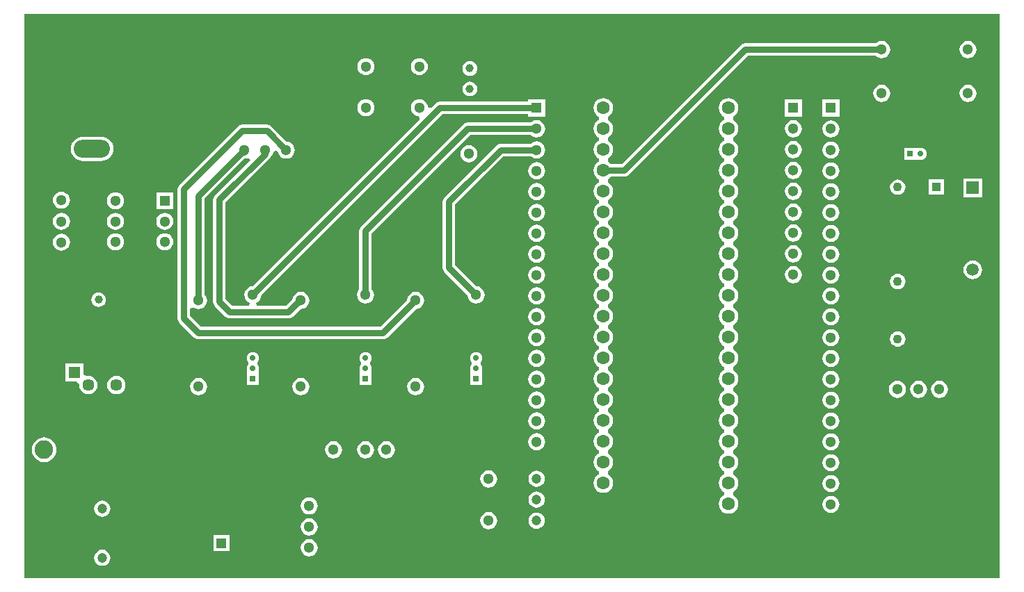
<source format=gtl>
G04*
G04 #@! TF.GenerationSoftware,Altium Limited,Altium Designer,18.1.6 (161)*
G04*
G04 Layer_Physical_Order=1*
G04 Layer_Color=255*
%FSLAX25Y25*%
%MOIN*%
G70*
G01*
G75*
%ADD37C,0.03000*%
%ADD38C,0.05118*%
%ADD39R,0.05118X0.05118*%
%ADD40C,0.02756*%
%ADD41R,0.02756X0.02756*%
%ADD42C,0.05906*%
%ADD43R,0.05906X0.05906*%
%ADD44C,0.04331*%
%ADD45R,0.04331X0.04331*%
%ADD46C,0.05709*%
%ADD47R,0.05709X0.05709*%
%ADD48C,0.04724*%
%ADD49R,0.04724X0.04724*%
%ADD50R,0.08858X0.08858*%
%ADD51C,0.08858*%
%ADD52C,0.03937*%
%ADD53O,0.17323X0.08661*%
%ADD54O,0.07874X0.15748*%
%ADD55O,0.15748X0.07874*%
%ADD56R,0.02756X0.02756*%
%ADD57C,0.06299*%
%ADD58C,0.06000*%
G36*
X469892Y2549D02*
X2549D01*
X2549Y273042D01*
X469892D01*
X469892Y2549D01*
D02*
G37*
%LPC*%
G36*
X413350Y260094D02*
X412291Y259955D01*
X411303Y259546D01*
X410626Y259026D01*
X348000D01*
X348000Y259026D01*
X347217Y258923D01*
X346487Y258621D01*
X345860Y258140D01*
X345860Y258140D01*
X288747Y201026D01*
X283539D01*
X283316Y201316D01*
X282345Y202061D01*
X282039Y202188D01*
Y203812D01*
X282345Y203939D01*
X283316Y204684D01*
X284061Y205655D01*
X284530Y206786D01*
X284690Y208000D01*
X284530Y209214D01*
X284061Y210345D01*
X283316Y211316D01*
X282345Y212061D01*
X282039Y212188D01*
Y213812D01*
X282345Y213939D01*
X283316Y214684D01*
X284061Y215655D01*
X284530Y216786D01*
X284690Y218000D01*
X284530Y219214D01*
X284061Y220345D01*
X283316Y221316D01*
X282345Y222061D01*
X282039Y222188D01*
Y223812D01*
X282345Y223939D01*
X283316Y224684D01*
X284061Y225655D01*
X284530Y226786D01*
X284690Y228000D01*
X284530Y229214D01*
X284061Y230345D01*
X283316Y231316D01*
X282345Y232061D01*
X281214Y232530D01*
X280000Y232690D01*
X278786Y232530D01*
X277655Y232061D01*
X276684Y231316D01*
X275939Y230345D01*
X275470Y229214D01*
X275310Y228000D01*
X275470Y226786D01*
X275939Y225655D01*
X276684Y224684D01*
X277655Y223939D01*
X277961Y223812D01*
Y222188D01*
X277655Y222061D01*
X276684Y221316D01*
X275939Y220345D01*
X275470Y219214D01*
X275310Y218000D01*
X275470Y216786D01*
X275939Y215655D01*
X276684Y214684D01*
X277655Y213939D01*
X277961Y213812D01*
Y212188D01*
X277655Y212061D01*
X276684Y211316D01*
X275939Y210345D01*
X275470Y209214D01*
X275310Y208000D01*
X275470Y206786D01*
X275939Y205655D01*
X276684Y204684D01*
X277655Y203939D01*
X277961Y203812D01*
Y202188D01*
X277655Y202061D01*
X276684Y201316D01*
X275939Y200345D01*
X275470Y199214D01*
X275310Y198000D01*
X275470Y196786D01*
X275939Y195655D01*
X276684Y194684D01*
X277655Y193939D01*
X277961Y193812D01*
Y192188D01*
X277655Y192061D01*
X276684Y191316D01*
X275939Y190345D01*
X275470Y189214D01*
X275310Y188000D01*
X275470Y186786D01*
X275939Y185655D01*
X276684Y184684D01*
X277655Y183939D01*
X277961Y183812D01*
Y182188D01*
X277655Y182061D01*
X276684Y181316D01*
X275939Y180345D01*
X275470Y179214D01*
X275310Y178000D01*
X275470Y176786D01*
X275939Y175655D01*
X276684Y174684D01*
X277655Y173939D01*
X277961Y173812D01*
Y172188D01*
X277655Y172061D01*
X276684Y171316D01*
X275939Y170345D01*
X275470Y169214D01*
X275310Y168000D01*
X275470Y166786D01*
X275939Y165655D01*
X276684Y164684D01*
X277655Y163939D01*
X277961Y163812D01*
Y162188D01*
X277655Y162061D01*
X276684Y161316D01*
X275939Y160345D01*
X275470Y159214D01*
X275310Y158000D01*
X275470Y156786D01*
X275939Y155655D01*
X276684Y154684D01*
X277655Y153939D01*
X277961Y153812D01*
Y152188D01*
X277655Y152061D01*
X276684Y151316D01*
X275939Y150345D01*
X275470Y149214D01*
X275310Y148000D01*
X275470Y146786D01*
X275939Y145655D01*
X276684Y144684D01*
X277655Y143939D01*
X277961Y143812D01*
Y142188D01*
X277655Y142061D01*
X276684Y141316D01*
X275939Y140345D01*
X275470Y139214D01*
X275310Y138000D01*
X275470Y136786D01*
X275939Y135655D01*
X276684Y134684D01*
X277655Y133939D01*
X277961Y133812D01*
Y132188D01*
X277655Y132061D01*
X276684Y131316D01*
X275939Y130345D01*
X275470Y129214D01*
X275310Y128000D01*
X275470Y126786D01*
X275939Y125655D01*
X276684Y124684D01*
X277655Y123939D01*
X277961Y123812D01*
Y122188D01*
X277655Y122061D01*
X276684Y121316D01*
X275939Y120345D01*
X275470Y119214D01*
X275310Y118000D01*
X275470Y116786D01*
X275939Y115655D01*
X276684Y114684D01*
X277655Y113939D01*
X277961Y113812D01*
Y112188D01*
X277655Y112061D01*
X276684Y111316D01*
X275939Y110345D01*
X275470Y109214D01*
X275310Y108000D01*
X275470Y106786D01*
X275939Y105655D01*
X276684Y104684D01*
X277655Y103939D01*
X277961Y103812D01*
Y102188D01*
X277655Y102061D01*
X276684Y101316D01*
X275939Y100345D01*
X275470Y99214D01*
X275310Y98000D01*
X275470Y96786D01*
X275939Y95655D01*
X276684Y94684D01*
X277655Y93939D01*
X277961Y93812D01*
Y92188D01*
X277655Y92061D01*
X276684Y91316D01*
X275939Y90345D01*
X275470Y89214D01*
X275310Y88000D01*
X275470Y86786D01*
X275939Y85655D01*
X276684Y84684D01*
X277655Y83939D01*
X277961Y83812D01*
Y82188D01*
X277655Y82061D01*
X276684Y81316D01*
X275939Y80345D01*
X275470Y79214D01*
X275310Y78000D01*
X275470Y76786D01*
X275939Y75655D01*
X276684Y74684D01*
X277655Y73939D01*
X277961Y73812D01*
Y72188D01*
X277655Y72061D01*
X276684Y71316D01*
X275939Y70345D01*
X275470Y69214D01*
X275310Y68000D01*
X275470Y66786D01*
X275939Y65655D01*
X276684Y64684D01*
X277655Y63939D01*
X277961Y63812D01*
Y62188D01*
X277655Y62061D01*
X276684Y61316D01*
X275939Y60345D01*
X275470Y59214D01*
X275310Y58000D01*
X275470Y56786D01*
X275939Y55655D01*
X276684Y54684D01*
X277655Y53939D01*
X277961Y53812D01*
Y52188D01*
X277655Y52061D01*
X276684Y51316D01*
X275939Y50345D01*
X275470Y49214D01*
X275310Y48000D01*
X275470Y46786D01*
X275939Y45655D01*
X276684Y44684D01*
X277655Y43939D01*
X278786Y43470D01*
X280000Y43310D01*
X281214Y43470D01*
X282345Y43939D01*
X283316Y44684D01*
X284061Y45655D01*
X284530Y46786D01*
X284690Y48000D01*
X284530Y49214D01*
X284061Y50345D01*
X283316Y51316D01*
X282345Y52061D01*
X282039Y52188D01*
Y53812D01*
X282345Y53939D01*
X283316Y54684D01*
X284061Y55655D01*
X284530Y56786D01*
X284690Y58000D01*
X284530Y59214D01*
X284061Y60345D01*
X283316Y61316D01*
X282345Y62061D01*
X282039Y62188D01*
Y63812D01*
X282345Y63939D01*
X283316Y64684D01*
X284061Y65655D01*
X284530Y66786D01*
X284690Y68000D01*
X284530Y69214D01*
X284061Y70345D01*
X283316Y71316D01*
X282345Y72061D01*
X282039Y72188D01*
Y73812D01*
X282345Y73939D01*
X283316Y74684D01*
X284061Y75655D01*
X284530Y76786D01*
X284690Y78000D01*
X284530Y79214D01*
X284061Y80345D01*
X283316Y81316D01*
X282345Y82061D01*
X282039Y82188D01*
Y83812D01*
X282345Y83939D01*
X283316Y84684D01*
X284061Y85655D01*
X284530Y86786D01*
X284690Y88000D01*
X284530Y89214D01*
X284061Y90345D01*
X283316Y91316D01*
X282345Y92061D01*
X282039Y92188D01*
Y93812D01*
X282345Y93939D01*
X283316Y94684D01*
X284061Y95655D01*
X284530Y96786D01*
X284690Y98000D01*
X284530Y99214D01*
X284061Y100345D01*
X283316Y101316D01*
X282345Y102061D01*
X282039Y102188D01*
Y103812D01*
X282345Y103939D01*
X283316Y104684D01*
X284061Y105655D01*
X284530Y106786D01*
X284690Y108000D01*
X284530Y109214D01*
X284061Y110345D01*
X283316Y111316D01*
X282345Y112061D01*
X282039Y112188D01*
Y113812D01*
X282345Y113939D01*
X283316Y114684D01*
X284061Y115655D01*
X284530Y116786D01*
X284690Y118000D01*
X284530Y119214D01*
X284061Y120345D01*
X283316Y121316D01*
X282345Y122061D01*
X282039Y122188D01*
Y123812D01*
X282345Y123939D01*
X283316Y124684D01*
X284061Y125655D01*
X284530Y126786D01*
X284690Y128000D01*
X284530Y129214D01*
X284061Y130345D01*
X283316Y131316D01*
X282345Y132061D01*
X282039Y132188D01*
Y133812D01*
X282345Y133939D01*
X283316Y134684D01*
X284061Y135655D01*
X284530Y136786D01*
X284690Y138000D01*
X284530Y139214D01*
X284061Y140345D01*
X283316Y141316D01*
X282345Y142061D01*
X282039Y142188D01*
Y143812D01*
X282345Y143939D01*
X283316Y144684D01*
X284061Y145655D01*
X284530Y146786D01*
X284690Y148000D01*
X284530Y149214D01*
X284061Y150345D01*
X283316Y151316D01*
X282345Y152061D01*
X282039Y152188D01*
Y153812D01*
X282345Y153939D01*
X283316Y154684D01*
X284061Y155655D01*
X284530Y156786D01*
X284690Y158000D01*
X284530Y159214D01*
X284061Y160345D01*
X283316Y161316D01*
X282345Y162061D01*
X282039Y162188D01*
Y163812D01*
X282345Y163939D01*
X283316Y164684D01*
X284061Y165655D01*
X284530Y166786D01*
X284690Y168000D01*
X284530Y169214D01*
X284061Y170345D01*
X283316Y171316D01*
X282345Y172061D01*
X282039Y172188D01*
Y173812D01*
X282345Y173939D01*
X283316Y174684D01*
X284061Y175655D01*
X284530Y176786D01*
X284690Y178000D01*
X284530Y179214D01*
X284061Y180345D01*
X283316Y181316D01*
X282345Y182061D01*
X282039Y182188D01*
Y183812D01*
X282345Y183939D01*
X283316Y184684D01*
X284061Y185655D01*
X284530Y186786D01*
X284690Y188000D01*
X284530Y189214D01*
X284061Y190345D01*
X283316Y191316D01*
X282345Y192061D01*
X282039Y192188D01*
Y193812D01*
X282345Y193939D01*
X283316Y194684D01*
X283539Y194974D01*
X290000D01*
X290783Y195077D01*
X291513Y195379D01*
X292140Y195860D01*
X349253Y252974D01*
X410626D01*
X411303Y252454D01*
X412291Y252045D01*
X413350Y251906D01*
X414410Y252045D01*
X415397Y252454D01*
X416245Y253105D01*
X416896Y253953D01*
X417305Y254940D01*
X417445Y256000D01*
X417305Y257060D01*
X416896Y258047D01*
X416245Y258895D01*
X415397Y259546D01*
X414410Y259955D01*
X413350Y260094D01*
D02*
G37*
G36*
X454689D02*
X453629Y259955D01*
X452642Y259546D01*
X451794Y258895D01*
X451143Y258047D01*
X450734Y257060D01*
X450595Y256000D01*
X450734Y254940D01*
X451143Y253953D01*
X451794Y253105D01*
X452642Y252454D01*
X453629Y252045D01*
X454689Y251906D01*
X455749Y252045D01*
X456736Y252454D01*
X457584Y253105D01*
X458235Y253953D01*
X458644Y254940D01*
X458783Y256000D01*
X458644Y257060D01*
X458235Y258047D01*
X457584Y258895D01*
X456736Y259546D01*
X455749Y259955D01*
X454689Y260094D01*
D02*
G37*
G36*
X191795Y251937D02*
X190736Y251797D01*
X189748Y251388D01*
X188900Y250737D01*
X188250Y249889D01*
X187841Y248902D01*
X187701Y247843D01*
X187841Y246783D01*
X188250Y245795D01*
X188900Y244948D01*
X189748Y244297D01*
X190736Y243888D01*
X191795Y243748D01*
X192855Y243888D01*
X193842Y244297D01*
X194690Y244948D01*
X195341Y245795D01*
X195750Y246783D01*
X195889Y247843D01*
X195750Y248902D01*
X195341Y249889D01*
X194690Y250737D01*
X193842Y251388D01*
X192855Y251797D01*
X191795Y251937D01*
D02*
G37*
G36*
X166205D02*
X165145Y251797D01*
X164158Y251388D01*
X163310Y250737D01*
X162659Y249889D01*
X162250Y248902D01*
X162111Y247843D01*
X162250Y246783D01*
X162659Y245795D01*
X163310Y244948D01*
X164158Y244297D01*
X165145Y243888D01*
X166205Y243748D01*
X167264Y243888D01*
X168252Y244297D01*
X169100Y244948D01*
X169750Y245795D01*
X170159Y246783D01*
X170299Y247843D01*
X170159Y248902D01*
X169750Y249889D01*
X169100Y250737D01*
X168252Y251388D01*
X167264Y251797D01*
X166205Y251937D01*
D02*
G37*
G36*
X216000Y250463D02*
X215094Y250344D01*
X214251Y249994D01*
X213526Y249438D01*
X212970Y248714D01*
X212621Y247870D01*
X212502Y246965D01*
X212621Y246059D01*
X212970Y245215D01*
X213526Y244491D01*
X214251Y243935D01*
X215094Y243585D01*
X216000Y243466D01*
X216905Y243585D01*
X217749Y243935D01*
X218474Y244491D01*
X219030Y245215D01*
X219379Y246059D01*
X219498Y246965D01*
X219379Y247870D01*
X219030Y248714D01*
X218474Y249438D01*
X217749Y249994D01*
X216905Y250344D01*
X216000Y250463D01*
D02*
G37*
G36*
Y240620D02*
X215094Y240501D01*
X214251Y240152D01*
X213526Y239596D01*
X212970Y238871D01*
X212621Y238028D01*
X212502Y237122D01*
X212621Y236217D01*
X212970Y235373D01*
X213526Y234648D01*
X214251Y234092D01*
X215094Y233743D01*
X216000Y233624D01*
X216905Y233743D01*
X217749Y234092D01*
X218474Y234648D01*
X219030Y235373D01*
X219379Y236217D01*
X219498Y237122D01*
X219379Y238028D01*
X219030Y238871D01*
X218474Y239596D01*
X217749Y240152D01*
X216905Y240501D01*
X216000Y240620D01*
D02*
G37*
G36*
X454689Y239094D02*
X453629Y238955D01*
X452642Y238546D01*
X451794Y237895D01*
X451143Y237047D01*
X450734Y236060D01*
X450595Y235000D01*
X450734Y233940D01*
X451143Y232953D01*
X451794Y232105D01*
X452642Y231454D01*
X453629Y231045D01*
X454689Y230906D01*
X455749Y231045D01*
X456736Y231454D01*
X457584Y232105D01*
X458235Y232953D01*
X458644Y233940D01*
X458783Y235000D01*
X458644Y236060D01*
X458235Y237047D01*
X457584Y237895D01*
X456736Y238546D01*
X455749Y238955D01*
X454689Y239094D01*
D02*
G37*
G36*
X413350D02*
X412291Y238955D01*
X411303Y238546D01*
X410456Y237895D01*
X409805Y237047D01*
X409396Y236060D01*
X409256Y235000D01*
X409396Y233940D01*
X409805Y232953D01*
X410456Y232105D01*
X411303Y231454D01*
X412291Y231045D01*
X413350Y230906D01*
X414410Y231045D01*
X415397Y231454D01*
X416245Y232105D01*
X416896Y232953D01*
X417305Y233940D01*
X417445Y235000D01*
X417305Y236060D01*
X416896Y237047D01*
X416245Y237895D01*
X415397Y238546D01*
X414410Y238955D01*
X413350Y239094D01*
D02*
G37*
G36*
X166205Y232252D02*
X165145Y232112D01*
X164158Y231703D01*
X163310Y231052D01*
X162659Y230205D01*
X162250Y229217D01*
X162111Y228157D01*
X162250Y227098D01*
X162659Y226110D01*
X163310Y225262D01*
X164158Y224612D01*
X165145Y224203D01*
X166205Y224063D01*
X167264Y224203D01*
X168252Y224612D01*
X169100Y225262D01*
X169750Y226110D01*
X170159Y227098D01*
X170299Y228157D01*
X170159Y229217D01*
X169750Y230205D01*
X169100Y231052D01*
X168252Y231703D01*
X167264Y232112D01*
X166205Y232252D01*
D02*
G37*
G36*
X375059Y232059D02*
X366941D01*
Y223941D01*
X375059D01*
Y232059D01*
D02*
G37*
G36*
X191795Y232252D02*
X190736Y232112D01*
X189748Y231703D01*
X188900Y231052D01*
X188250Y230205D01*
X187841Y229217D01*
X187701Y228157D01*
X187841Y227098D01*
X188250Y226110D01*
X188900Y225262D01*
X189748Y224612D01*
X190736Y224203D01*
X191386Y224117D01*
X191912Y223082D01*
X191972Y222582D01*
X111787Y142397D01*
X110940Y142285D01*
X109953Y141876D01*
X109105Y141226D01*
X108454Y140378D01*
X108045Y139390D01*
X107906Y138331D01*
X108045Y137271D01*
X108454Y136284D01*
X109105Y135436D01*
X109953Y134785D01*
X110579Y134526D01*
X110280Y133026D01*
X102253D01*
X99026Y136253D01*
Y182747D01*
X120021Y203742D01*
X120502Y204369D01*
X120692Y204828D01*
X120777Y204892D01*
X121428Y205740D01*
X121788Y206611D01*
X121977Y206804D01*
X122954Y207331D01*
X123383Y207394D01*
X124038Y206783D01*
X124045Y206728D01*
X124454Y205740D01*
X125105Y204892D01*
X125953Y204242D01*
X126940Y203833D01*
X128000Y203693D01*
X129060Y203833D01*
X130047Y204242D01*
X130895Y204892D01*
X131546Y205740D01*
X131955Y206728D01*
X132094Y207787D01*
X131955Y208847D01*
X131546Y209835D01*
X130895Y210682D01*
X130047Y211333D01*
X129060Y211742D01*
X128213Y211853D01*
X120927Y219140D01*
X120300Y219620D01*
X119571Y219923D01*
X118787Y220026D01*
X107000D01*
X106217Y219923D01*
X105487Y219620D01*
X104860Y219140D01*
X76860Y191140D01*
X76380Y190513D01*
X76077Y189783D01*
X75974Y189000D01*
Y127000D01*
X76077Y126217D01*
X76380Y125487D01*
X76860Y124860D01*
X83860Y117860D01*
X83860Y117860D01*
X84487Y117379D01*
X85217Y117077D01*
X86000Y116974D01*
X174331Y116974D01*
X175114Y117077D01*
X175844Y117379D01*
X176470Y117860D01*
X190213Y131603D01*
X191060Y131715D01*
X192047Y132124D01*
X192895Y132774D01*
X193546Y133622D01*
X193955Y134610D01*
X194094Y135669D01*
X193955Y136729D01*
X193546Y137716D01*
X192895Y138564D01*
X192047Y139215D01*
X191060Y139624D01*
X190000Y139763D01*
X188940Y139624D01*
X187953Y139215D01*
X187105Y138564D01*
X186454Y137716D01*
X186045Y136729D01*
X185934Y135882D01*
X173077Y123026D01*
X87253Y123026D01*
X82026Y128253D01*
Y131797D01*
X82170Y131927D01*
X83526Y132451D01*
X83953Y132124D01*
X84940Y131715D01*
X86000Y131575D01*
X87060Y131715D01*
X88047Y132124D01*
X88895Y132774D01*
X89546Y133622D01*
X89955Y134610D01*
X90094Y135669D01*
X89955Y136729D01*
X89546Y137716D01*
X89026Y138394D01*
Y184652D01*
X108095Y203721D01*
X108941Y203833D01*
X109929Y204242D01*
X110747Y203026D01*
X93860Y186140D01*
X93379Y185513D01*
X93077Y184783D01*
X92974Y184000D01*
Y135000D01*
X93077Y134217D01*
X93379Y133487D01*
X93860Y132860D01*
X98860Y127860D01*
X99487Y127380D01*
X100217Y127077D01*
X101000Y126974D01*
X101000Y126974D01*
X129000D01*
X129783Y127077D01*
X130513Y127380D01*
X131140Y127860D01*
X134871Y131592D01*
X135000Y131575D01*
X136060Y131715D01*
X137047Y132124D01*
X137895Y132774D01*
X138546Y133622D01*
X138955Y134610D01*
X139094Y135669D01*
X138955Y136729D01*
X138546Y137716D01*
X137895Y138564D01*
X137047Y139215D01*
X136060Y139624D01*
X135000Y139763D01*
X133940Y139624D01*
X132953Y139215D01*
X132105Y138564D01*
X131454Y137716D01*
X131045Y136729D01*
X130984Y136263D01*
X127747Y133026D01*
X113720D01*
X113421Y134526D01*
X114047Y134785D01*
X114895Y135436D01*
X115546Y136284D01*
X115955Y137271D01*
X116066Y138118D01*
X202923Y224974D01*
X243941D01*
Y223941D01*
X252059D01*
Y232059D01*
X243941D01*
Y231026D01*
X201669D01*
X201669Y231026D01*
X200886Y230923D01*
X200156Y230621D01*
X199530Y230140D01*
X199530Y230140D01*
X197371Y227981D01*
X196871Y228041D01*
X195835Y228567D01*
X195750Y229217D01*
X195341Y230205D01*
X194690Y231052D01*
X193842Y231703D01*
X192855Y232112D01*
X191795Y232252D01*
D02*
G37*
G36*
X393059Y232026D02*
X384941D01*
Y223907D01*
X393059D01*
Y232026D01*
D02*
G37*
G36*
X371000Y222094D02*
X369940Y221955D01*
X368953Y221546D01*
X368105Y220895D01*
X367454Y220047D01*
X367045Y219060D01*
X366906Y218000D01*
X367045Y216940D01*
X367454Y215953D01*
X368105Y215105D01*
X368953Y214454D01*
X369940Y214045D01*
X371000Y213906D01*
X372060Y214045D01*
X373047Y214454D01*
X373895Y215105D01*
X374546Y215953D01*
X374955Y216940D01*
X375094Y218000D01*
X374955Y219060D01*
X374546Y220047D01*
X373895Y220895D01*
X373047Y221546D01*
X372060Y221955D01*
X371000Y222094D01*
D02*
G37*
G36*
X248000D02*
X246940Y221955D01*
X245953Y221546D01*
X245276Y221026D01*
X215000D01*
X214217Y220923D01*
X213487Y220620D01*
X212860Y220140D01*
X212860Y220140D01*
X163860Y171140D01*
X163380Y170513D01*
X163077Y169783D01*
X162974Y169000D01*
Y141055D01*
X162454Y140378D01*
X162045Y139390D01*
X161906Y138331D01*
X162045Y137271D01*
X162454Y136284D01*
X163105Y135436D01*
X163953Y134785D01*
X164940Y134376D01*
X166000Y134237D01*
X167060Y134376D01*
X168047Y134785D01*
X168895Y135436D01*
X169546Y136284D01*
X169955Y137271D01*
X170094Y138331D01*
X169955Y139390D01*
X169546Y140378D01*
X169026Y141055D01*
Y167747D01*
X216253Y214974D01*
X245276D01*
X245953Y214454D01*
X246940Y214045D01*
X248000Y213906D01*
X249060Y214045D01*
X250047Y214454D01*
X250895Y215105D01*
X251546Y215953D01*
X251955Y216940D01*
X252094Y218000D01*
X251955Y219060D01*
X251546Y220047D01*
X250895Y220895D01*
X250047Y221546D01*
X249060Y221955D01*
X248000Y222094D01*
D02*
G37*
G36*
X389000Y222061D02*
X387940Y221921D01*
X386953Y221512D01*
X386105Y220862D01*
X385454Y220013D01*
X385045Y219026D01*
X384906Y217967D01*
X385045Y216907D01*
X385454Y215919D01*
X386105Y215072D01*
X386953Y214421D01*
X387940Y214012D01*
X389000Y213872D01*
X390060Y214012D01*
X391047Y214421D01*
X391895Y215072D01*
X392546Y215919D01*
X392955Y216907D01*
X393094Y217967D01*
X392955Y219026D01*
X392546Y220013D01*
X391895Y220862D01*
X391047Y221512D01*
X390060Y221921D01*
X389000Y222061D01*
D02*
G37*
G36*
X432000Y208903D02*
X431358Y208818D01*
X429858Y208878D01*
Y208878D01*
X424102D01*
Y203122D01*
X429858D01*
X429858Y203122D01*
X431358Y203182D01*
X432000Y203097D01*
X432751Y203196D01*
X433451Y203486D01*
X434053Y203947D01*
X434514Y204549D01*
X434804Y205249D01*
X434903Y206000D01*
X434804Y206751D01*
X434514Y207451D01*
X434053Y208053D01*
X433451Y208514D01*
X432751Y208804D01*
X432000Y208903D01*
D02*
G37*
G36*
X371000Y212094D02*
X369940Y211955D01*
X368953Y211546D01*
X368105Y210895D01*
X367454Y210047D01*
X367045Y209060D01*
X366906Y208000D01*
X367045Y206940D01*
X367454Y205953D01*
X368105Y205105D01*
X368953Y204454D01*
X369940Y204045D01*
X371000Y203906D01*
X372060Y204045D01*
X373047Y204454D01*
X373895Y205105D01*
X374546Y205953D01*
X374955Y206940D01*
X375094Y208000D01*
X374955Y209060D01*
X374546Y210047D01*
X373895Y210895D01*
X373047Y211546D01*
X372060Y211955D01*
X371000Y212094D01*
D02*
G37*
G36*
X248000Y211976D02*
X246940Y211837D01*
X245953Y211427D01*
X245276Y210908D01*
X230882D01*
X230099Y210805D01*
X229369Y210502D01*
X228742Y210021D01*
X203860Y185140D01*
X203380Y184513D01*
X203077Y183783D01*
X202974Y183000D01*
Y151331D01*
X203077Y150548D01*
X203380Y149818D01*
X203860Y149191D01*
X214934Y138118D01*
X215045Y137271D01*
X215454Y136284D01*
X216105Y135436D01*
X216953Y134785D01*
X217940Y134376D01*
X219000Y134237D01*
X220060Y134376D01*
X221047Y134785D01*
X221895Y135436D01*
X222546Y136284D01*
X222955Y137271D01*
X223094Y138331D01*
X222955Y139390D01*
X222546Y140378D01*
X221895Y141226D01*
X221047Y141876D01*
X220060Y142285D01*
X219213Y142397D01*
X209026Y152584D01*
Y181747D01*
X232135Y204856D01*
X245276D01*
X245953Y204336D01*
X246940Y203927D01*
X248000Y203788D01*
X249060Y203927D01*
X250047Y204336D01*
X250895Y204987D01*
X251546Y205835D01*
X251955Y206822D01*
X252094Y207882D01*
X251955Y208942D01*
X251546Y209929D01*
X250895Y210777D01*
X250047Y211427D01*
X249060Y211837D01*
X248000Y211976D01*
D02*
G37*
G36*
X389000Y211943D02*
X387940Y211803D01*
X386953Y211394D01*
X386105Y210743D01*
X385454Y209895D01*
X385045Y208908D01*
X384906Y207848D01*
X385045Y206789D01*
X385454Y205801D01*
X386105Y204954D01*
X386953Y204303D01*
X387940Y203894D01*
X389000Y203754D01*
X390060Y203894D01*
X391047Y204303D01*
X391895Y204954D01*
X392546Y205801D01*
X392955Y206789D01*
X393094Y207848D01*
X392955Y208908D01*
X392546Y209895D01*
X391895Y210743D01*
X391047Y211394D01*
X390060Y211803D01*
X389000Y211943D01*
D02*
G37*
G36*
X39331Y214237D02*
X30669D01*
X29526Y214124D01*
X28427Y213791D01*
X27414Y213249D01*
X26526Y212521D01*
X25798Y211633D01*
X25256Y210620D01*
X24923Y209521D01*
X24810Y208378D01*
X24923Y207235D01*
X25256Y206136D01*
X25798Y205123D01*
X26526Y204235D01*
X27414Y203506D01*
X28427Y202965D01*
X29526Y202632D01*
X30669Y202519D01*
X39331D01*
X40474Y202632D01*
X41573Y202965D01*
X42586Y203506D01*
X43474Y204235D01*
X44202Y205123D01*
X44744Y206136D01*
X45077Y207235D01*
X45190Y208378D01*
X45077Y209521D01*
X44744Y210620D01*
X44202Y211633D01*
X43474Y212521D01*
X42586Y213249D01*
X41573Y213791D01*
X40474Y214124D01*
X39331Y214237D01*
D02*
G37*
G36*
X215591Y210094D02*
X214531Y209955D01*
X213544Y209546D01*
X212696Y208895D01*
X212045Y208047D01*
X211636Y207060D01*
X211496Y206000D01*
X211636Y204940D01*
X212045Y203953D01*
X212696Y203105D01*
X213544Y202454D01*
X214531Y202045D01*
X215591Y201906D01*
X216650Y202045D01*
X217638Y202454D01*
X218485Y203105D01*
X219136Y203953D01*
X219545Y204940D01*
X219685Y206000D01*
X219545Y207060D01*
X219136Y208047D01*
X218485Y208895D01*
X217638Y209546D01*
X216650Y209955D01*
X215591Y210094D01*
D02*
G37*
G36*
X371000Y202094D02*
X369940Y201955D01*
X368953Y201546D01*
X368105Y200895D01*
X367454Y200047D01*
X367045Y199060D01*
X366906Y198000D01*
X367045Y196940D01*
X367454Y195953D01*
X368105Y195105D01*
X368953Y194454D01*
X369940Y194045D01*
X371000Y193906D01*
X372060Y194045D01*
X373047Y194454D01*
X373895Y195105D01*
X374546Y195953D01*
X374955Y196940D01*
X375094Y198000D01*
X374955Y199060D01*
X374546Y200047D01*
X373895Y200895D01*
X373047Y201546D01*
X372060Y201955D01*
X371000Y202094D01*
D02*
G37*
G36*
X248000Y201976D02*
X246940Y201836D01*
X245953Y201428D01*
X245105Y200777D01*
X244454Y199929D01*
X244045Y198942D01*
X243906Y197882D01*
X244045Y196822D01*
X244454Y195835D01*
X245105Y194987D01*
X245953Y194336D01*
X246940Y193927D01*
X248000Y193788D01*
X249060Y193927D01*
X250047Y194336D01*
X250895Y194987D01*
X251546Y195835D01*
X251955Y196822D01*
X252094Y197882D01*
X251955Y198942D01*
X251546Y199929D01*
X250895Y200777D01*
X250047Y201428D01*
X249060Y201836D01*
X248000Y201976D01*
D02*
G37*
G36*
X389000Y201942D02*
X387940Y201803D01*
X386953Y201394D01*
X386105Y200743D01*
X385454Y199895D01*
X385045Y198908D01*
X384906Y197848D01*
X385045Y196789D01*
X385454Y195801D01*
X386105Y194953D01*
X386953Y194303D01*
X387940Y193894D01*
X389000Y193754D01*
X390060Y193894D01*
X391047Y194303D01*
X391895Y194953D01*
X392546Y195801D01*
X392955Y196789D01*
X393094Y197848D01*
X392955Y198908D01*
X392546Y199895D01*
X391895Y200743D01*
X391047Y201394D01*
X390060Y201803D01*
X389000Y201942D01*
D02*
G37*
G36*
X443169Y193665D02*
X435839D01*
Y186335D01*
X443169D01*
Y193665D01*
D02*
G37*
G36*
X421000Y193697D02*
X420043Y193571D01*
X419151Y193202D01*
X418386Y192614D01*
X417798Y191849D01*
X417429Y190957D01*
X417303Y190000D01*
X417429Y189043D01*
X417798Y188152D01*
X418386Y187386D01*
X419151Y186798D01*
X420043Y186429D01*
X421000Y186303D01*
X421957Y186429D01*
X422849Y186798D01*
X423614Y187386D01*
X424202Y188152D01*
X424571Y189043D01*
X424697Y190000D01*
X424571Y190957D01*
X424202Y191849D01*
X423614Y192614D01*
X422849Y193202D01*
X421957Y193571D01*
X421000Y193697D01*
D02*
G37*
G36*
X461453Y194138D02*
X452547D01*
Y185232D01*
X461453D01*
Y194138D01*
D02*
G37*
G36*
X371000Y192094D02*
X369940Y191955D01*
X368953Y191546D01*
X368105Y190895D01*
X367454Y190047D01*
X367045Y189060D01*
X366906Y188000D01*
X367045Y186940D01*
X367454Y185953D01*
X368105Y185105D01*
X368953Y184454D01*
X369940Y184045D01*
X371000Y183906D01*
X372060Y184045D01*
X373047Y184454D01*
X373895Y185105D01*
X374546Y185953D01*
X374955Y186940D01*
X375094Y188000D01*
X374955Y189060D01*
X374546Y190047D01*
X373895Y190895D01*
X373047Y191546D01*
X372060Y191955D01*
X371000Y192094D01*
D02*
G37*
G36*
X248000Y191976D02*
X246940Y191837D01*
X245953Y191428D01*
X245105Y190777D01*
X244454Y189929D01*
X244045Y188942D01*
X243906Y187882D01*
X244045Y186822D01*
X244454Y185835D01*
X245105Y184987D01*
X245953Y184336D01*
X246940Y183927D01*
X248000Y183788D01*
X249060Y183927D01*
X250047Y184336D01*
X250895Y184987D01*
X251546Y185835D01*
X251955Y186822D01*
X252094Y187882D01*
X251955Y188942D01*
X251546Y189929D01*
X250895Y190777D01*
X250047Y191428D01*
X249060Y191837D01*
X248000Y191976D01*
D02*
G37*
G36*
X389000Y191943D02*
X387940Y191803D01*
X386953Y191394D01*
X386105Y190743D01*
X385454Y189895D01*
X385045Y188908D01*
X384906Y187848D01*
X385045Y186789D01*
X385454Y185801D01*
X386105Y184953D01*
X386953Y184303D01*
X387940Y183894D01*
X389000Y183754D01*
X390060Y183894D01*
X391047Y184303D01*
X391895Y184953D01*
X392546Y185801D01*
X392955Y186789D01*
X393094Y187848D01*
X392955Y188908D01*
X392546Y189895D01*
X391895Y190743D01*
X391047Y191394D01*
X390060Y191803D01*
X389000Y191943D01*
D02*
G37*
G36*
X20307Y187819D02*
X19248Y187679D01*
X18260Y187270D01*
X17412Y186619D01*
X16761Y185772D01*
X16353Y184784D01*
X16213Y183724D01*
X16353Y182665D01*
X16761Y181677D01*
X17412Y180830D01*
X18260Y180179D01*
X19248Y179770D01*
X20307Y179630D01*
X21367Y179770D01*
X22354Y180179D01*
X23202Y180830D01*
X23853Y181677D01*
X24262Y182665D01*
X24401Y183724D01*
X24262Y184784D01*
X23853Y185772D01*
X23202Y186619D01*
X22354Y187270D01*
X21367Y187679D01*
X20307Y187819D01*
D02*
G37*
G36*
X73870Y187508D02*
X65752D01*
Y179390D01*
X73870D01*
Y187508D01*
D02*
G37*
G36*
X46189Y187543D02*
X45129Y187403D01*
X44142Y186994D01*
X43294Y186344D01*
X42643Y185496D01*
X42234Y184509D01*
X42095Y183449D01*
X42234Y182389D01*
X42643Y181402D01*
X43294Y180554D01*
X44142Y179903D01*
X45129Y179494D01*
X46189Y179355D01*
X47249Y179494D01*
X48236Y179903D01*
X49084Y180554D01*
X49735Y181402D01*
X50144Y182389D01*
X50283Y183449D01*
X50144Y184509D01*
X49735Y185496D01*
X49084Y186344D01*
X48236Y186994D01*
X47249Y187403D01*
X46189Y187543D01*
D02*
G37*
G36*
X371000Y182094D02*
X369940Y181955D01*
X368953Y181546D01*
X368105Y180895D01*
X367454Y180047D01*
X367045Y179060D01*
X366906Y178000D01*
X367045Y176940D01*
X367454Y175953D01*
X368105Y175105D01*
X368953Y174454D01*
X369940Y174045D01*
X371000Y173906D01*
X372060Y174045D01*
X373047Y174454D01*
X373895Y175105D01*
X374546Y175953D01*
X374955Y176940D01*
X375094Y178000D01*
X374955Y179060D01*
X374546Y180047D01*
X373895Y180895D01*
X373047Y181546D01*
X372060Y181955D01*
X371000Y182094D01*
D02*
G37*
G36*
X248000Y181976D02*
X246940Y181836D01*
X245953Y181428D01*
X245105Y180777D01*
X244454Y179929D01*
X244045Y178942D01*
X243906Y177882D01*
X244045Y176822D01*
X244454Y175835D01*
X245105Y174987D01*
X245953Y174336D01*
X246940Y173927D01*
X248000Y173788D01*
X249060Y173927D01*
X250047Y174336D01*
X250895Y174987D01*
X251546Y175835D01*
X251955Y176822D01*
X252094Y177882D01*
X251955Y178942D01*
X251546Y179929D01*
X250895Y180777D01*
X250047Y181428D01*
X249060Y181836D01*
X248000Y181976D01*
D02*
G37*
G36*
X389000Y181942D02*
X387940Y181803D01*
X386953Y181394D01*
X386105Y180743D01*
X385454Y179895D01*
X385045Y178908D01*
X384906Y177848D01*
X385045Y176789D01*
X385454Y175801D01*
X386105Y174953D01*
X386953Y174303D01*
X387940Y173894D01*
X389000Y173754D01*
X390060Y173894D01*
X391047Y174303D01*
X391895Y174953D01*
X392546Y175801D01*
X392955Y176789D01*
X393094Y177848D01*
X392955Y178908D01*
X392546Y179895D01*
X391895Y180743D01*
X391047Y181394D01*
X390060Y181803D01*
X389000Y181942D01*
D02*
G37*
G36*
X69811Y177700D02*
X68751Y177561D01*
X67764Y177152D01*
X66916Y176501D01*
X66265Y175653D01*
X65856Y174666D01*
X65717Y173606D01*
X65856Y172547D01*
X66265Y171559D01*
X66916Y170711D01*
X67764Y170061D01*
X68751Y169652D01*
X69811Y169512D01*
X70871Y169652D01*
X71858Y170061D01*
X72706Y170711D01*
X73357Y171559D01*
X73766Y172547D01*
X73905Y173606D01*
X73766Y174666D01*
X73357Y175653D01*
X72706Y176501D01*
X71858Y177152D01*
X70871Y177561D01*
X69811Y177700D01*
D02*
G37*
G36*
X46189D02*
X45129Y177561D01*
X44142Y177152D01*
X43294Y176501D01*
X42643Y175653D01*
X42234Y174666D01*
X42095Y173606D01*
X42234Y172547D01*
X42643Y171559D01*
X43294Y170711D01*
X44142Y170061D01*
X45129Y169652D01*
X46189Y169512D01*
X47249Y169652D01*
X48236Y170061D01*
X49084Y170711D01*
X49735Y171559D01*
X50144Y172547D01*
X50283Y173606D01*
X50144Y174666D01*
X49735Y175653D01*
X49084Y176501D01*
X48236Y177152D01*
X47249Y177561D01*
X46189Y177700D01*
D02*
G37*
G36*
X20307D02*
X19248Y177561D01*
X18260Y177152D01*
X17412Y176501D01*
X16761Y175653D01*
X16353Y174666D01*
X16213Y173606D01*
X16353Y172547D01*
X16761Y171559D01*
X17412Y170711D01*
X18260Y170061D01*
X19248Y169652D01*
X20307Y169512D01*
X21367Y169652D01*
X22354Y170061D01*
X23202Y170711D01*
X23853Y171559D01*
X24262Y172547D01*
X24401Y173606D01*
X24262Y174666D01*
X23853Y175653D01*
X23202Y176501D01*
X22354Y177152D01*
X21367Y177561D01*
X20307Y177700D01*
D02*
G37*
G36*
X371000Y172094D02*
X369940Y171955D01*
X368953Y171546D01*
X368105Y170895D01*
X367454Y170047D01*
X367045Y169060D01*
X366906Y168000D01*
X367045Y166940D01*
X367454Y165953D01*
X368105Y165105D01*
X368953Y164454D01*
X369940Y164045D01*
X371000Y163906D01*
X372060Y164045D01*
X373047Y164454D01*
X373895Y165105D01*
X374546Y165953D01*
X374955Y166940D01*
X375094Y168000D01*
X374955Y169060D01*
X374546Y170047D01*
X373895Y170895D01*
X373047Y171546D01*
X372060Y171955D01*
X371000Y172094D01*
D02*
G37*
G36*
X248000Y171976D02*
X246940Y171836D01*
X245953Y171428D01*
X245105Y170777D01*
X244454Y169929D01*
X244045Y168941D01*
X243906Y167882D01*
X244045Y166822D01*
X244454Y165835D01*
X245105Y164987D01*
X245953Y164336D01*
X246940Y163927D01*
X248000Y163788D01*
X249060Y163927D01*
X250047Y164336D01*
X250895Y164987D01*
X251546Y165835D01*
X251955Y166822D01*
X252094Y167882D01*
X251955Y168941D01*
X251546Y169929D01*
X250895Y170777D01*
X250047Y171428D01*
X249060Y171836D01*
X248000Y171976D01*
D02*
G37*
G36*
X389000Y171942D02*
X387940Y171803D01*
X386953Y171394D01*
X386105Y170743D01*
X385454Y169895D01*
X385045Y168908D01*
X384906Y167848D01*
X385045Y166789D01*
X385454Y165801D01*
X386105Y164953D01*
X386953Y164303D01*
X387940Y163894D01*
X389000Y163754D01*
X390060Y163894D01*
X391047Y164303D01*
X391895Y164953D01*
X392546Y165801D01*
X392955Y166789D01*
X393094Y167848D01*
X392955Y168908D01*
X392546Y169895D01*
X391895Y170743D01*
X391047Y171394D01*
X390060Y171803D01*
X389000Y171942D01*
D02*
G37*
G36*
X69811Y167858D02*
X68751Y167718D01*
X67764Y167309D01*
X66916Y166659D01*
X66265Y165811D01*
X65856Y164823D01*
X65717Y163764D01*
X65856Y162704D01*
X66265Y161717D01*
X66916Y160869D01*
X67764Y160218D01*
X68751Y159809D01*
X69811Y159670D01*
X70871Y159809D01*
X71858Y160218D01*
X72706Y160869D01*
X73357Y161717D01*
X73766Y162704D01*
X73905Y163764D01*
X73766Y164823D01*
X73357Y165811D01*
X72706Y166659D01*
X71858Y167309D01*
X70871Y167718D01*
X69811Y167858D01*
D02*
G37*
G36*
X46189D02*
X45129Y167718D01*
X44142Y167309D01*
X43294Y166659D01*
X42643Y165811D01*
X42234Y164823D01*
X42095Y163764D01*
X42234Y162704D01*
X42643Y161717D01*
X43294Y160869D01*
X44142Y160218D01*
X45129Y159809D01*
X46189Y159670D01*
X47249Y159809D01*
X48236Y160218D01*
X49084Y160869D01*
X49735Y161717D01*
X50144Y162704D01*
X50283Y163764D01*
X50144Y164823D01*
X49735Y165811D01*
X49084Y166659D01*
X48236Y167309D01*
X47249Y167718D01*
X46189Y167858D01*
D02*
G37*
G36*
X20307Y167700D02*
X19248Y167561D01*
X18260Y167152D01*
X17412Y166501D01*
X16761Y165653D01*
X16353Y164666D01*
X16213Y163606D01*
X16353Y162547D01*
X16761Y161559D01*
X17412Y160711D01*
X18260Y160061D01*
X19248Y159652D01*
X20307Y159512D01*
X21367Y159652D01*
X22354Y160061D01*
X23202Y160711D01*
X23853Y161559D01*
X24262Y162547D01*
X24401Y163606D01*
X24262Y164666D01*
X23853Y165653D01*
X23202Y166501D01*
X22354Y167152D01*
X21367Y167561D01*
X20307Y167700D01*
D02*
G37*
G36*
X371000Y162094D02*
X369940Y161955D01*
X368953Y161546D01*
X368105Y160895D01*
X367454Y160047D01*
X367045Y159060D01*
X366906Y158000D01*
X367045Y156940D01*
X367454Y155953D01*
X368105Y155105D01*
X368953Y154454D01*
X369940Y154045D01*
X371000Y153906D01*
X372060Y154045D01*
X373047Y154454D01*
X373895Y155105D01*
X374546Y155953D01*
X374955Y156940D01*
X375094Y158000D01*
X374955Y159060D01*
X374546Y160047D01*
X373895Y160895D01*
X373047Y161546D01*
X372060Y161955D01*
X371000Y162094D01*
D02*
G37*
G36*
X248000Y161976D02*
X246940Y161837D01*
X245953Y161427D01*
X245105Y160777D01*
X244454Y159929D01*
X244045Y158941D01*
X243906Y157882D01*
X244045Y156822D01*
X244454Y155835D01*
X245105Y154987D01*
X245953Y154336D01*
X246940Y153927D01*
X248000Y153788D01*
X249060Y153927D01*
X250047Y154336D01*
X250895Y154987D01*
X251546Y155835D01*
X251955Y156822D01*
X252094Y157882D01*
X251955Y158941D01*
X251546Y159929D01*
X250895Y160777D01*
X250047Y161427D01*
X249060Y161837D01*
X248000Y161976D01*
D02*
G37*
G36*
X389000Y161943D02*
X387940Y161803D01*
X386953Y161394D01*
X386105Y160743D01*
X385454Y159895D01*
X385045Y158908D01*
X384906Y157848D01*
X385045Y156789D01*
X385454Y155801D01*
X386105Y154953D01*
X386953Y154303D01*
X387940Y153894D01*
X389000Y153754D01*
X390060Y153894D01*
X391047Y154303D01*
X391895Y154953D01*
X392546Y155801D01*
X392955Y156789D01*
X393094Y157848D01*
X392955Y158908D01*
X392546Y159895D01*
X391895Y160743D01*
X391047Y161394D01*
X390060Y161803D01*
X389000Y161943D01*
D02*
G37*
G36*
X457000Y154806D02*
X455838Y154653D01*
X454754Y154204D01*
X453824Y153491D01*
X453111Y152560D01*
X452662Y151477D01*
X452509Y150315D01*
X452662Y149153D01*
X453111Y148069D01*
X453824Y147139D01*
X454754Y146425D01*
X455838Y145977D01*
X457000Y145824D01*
X458162Y145977D01*
X459246Y146425D01*
X460176Y147139D01*
X460889Y148069D01*
X461338Y149153D01*
X461491Y150315D01*
X461338Y151477D01*
X460889Y152560D01*
X460176Y153491D01*
X459246Y154204D01*
X458162Y154653D01*
X457000Y154806D01*
D02*
G37*
G36*
X371000Y152094D02*
X369940Y151955D01*
X368953Y151546D01*
X368105Y150895D01*
X367454Y150047D01*
X367045Y149060D01*
X366906Y148000D01*
X367045Y146940D01*
X367454Y145953D01*
X368105Y145105D01*
X368953Y144454D01*
X369940Y144045D01*
X371000Y143906D01*
X372060Y144045D01*
X373047Y144454D01*
X373895Y145105D01*
X374546Y145953D01*
X374955Y146940D01*
X375094Y148000D01*
X374955Y149060D01*
X374546Y150047D01*
X373895Y150895D01*
X373047Y151546D01*
X372060Y151955D01*
X371000Y152094D01*
D02*
G37*
G36*
X248000Y151976D02*
X246940Y151837D01*
X245953Y151427D01*
X245105Y150777D01*
X244454Y149929D01*
X244045Y148942D01*
X243906Y147882D01*
X244045Y146822D01*
X244454Y145835D01*
X245105Y144987D01*
X245953Y144336D01*
X246940Y143927D01*
X248000Y143788D01*
X249060Y143927D01*
X250047Y144336D01*
X250895Y144987D01*
X251546Y145835D01*
X251955Y146822D01*
X252094Y147882D01*
X251955Y148942D01*
X251546Y149929D01*
X250895Y150777D01*
X250047Y151427D01*
X249060Y151837D01*
X248000Y151976D01*
D02*
G37*
G36*
X389000Y151943D02*
X387940Y151803D01*
X386953Y151394D01*
X386105Y150743D01*
X385454Y149895D01*
X385045Y148908D01*
X384906Y147848D01*
X385045Y146789D01*
X385454Y145801D01*
X386105Y144953D01*
X386953Y144303D01*
X387940Y143894D01*
X389000Y143754D01*
X390060Y143894D01*
X391047Y144303D01*
X391895Y144953D01*
X392546Y145801D01*
X392955Y146789D01*
X393094Y147848D01*
X392955Y148908D01*
X392546Y149895D01*
X391895Y150743D01*
X391047Y151394D01*
X390060Y151803D01*
X389000Y151943D01*
D02*
G37*
G36*
X421000Y148421D02*
X420043Y148295D01*
X419151Y147926D01*
X418386Y147339D01*
X418135Y147012D01*
X417925D01*
Y146738D01*
X417798Y146573D01*
X417429Y145681D01*
X417303Y144724D01*
X417429Y143768D01*
X417798Y142876D01*
X417925Y142711D01*
Y142437D01*
X418135D01*
X418386Y142110D01*
X419151Y141523D01*
X420043Y141153D01*
X421000Y141027D01*
X421957Y141153D01*
X422849Y141523D01*
X423614Y142110D01*
X423865Y142437D01*
X424075D01*
Y142711D01*
X424202Y142876D01*
X424571Y143768D01*
X424697Y144724D01*
X424571Y145681D01*
X424202Y146573D01*
X424075Y146738D01*
Y147012D01*
X423865D01*
X423614Y147339D01*
X422849Y147926D01*
X421957Y148295D01*
X421000Y148421D01*
D02*
G37*
G36*
X248000Y141976D02*
X246940Y141837D01*
X245953Y141428D01*
X245105Y140777D01*
X244454Y139929D01*
X244045Y138942D01*
X243906Y137882D01*
X244045Y136822D01*
X244454Y135835D01*
X245105Y134987D01*
X245953Y134336D01*
X246940Y133927D01*
X248000Y133788D01*
X249060Y133927D01*
X250047Y134336D01*
X250895Y134987D01*
X251546Y135835D01*
X251955Y136822D01*
X252094Y137882D01*
X251955Y138942D01*
X251546Y139929D01*
X250895Y140777D01*
X250047Y141428D01*
X249060Y141837D01*
X248000Y141976D01*
D02*
G37*
G36*
X389000Y141943D02*
X387940Y141803D01*
X386953Y141394D01*
X386105Y140743D01*
X385454Y139895D01*
X385045Y138908D01*
X384906Y137848D01*
X385045Y136789D01*
X385454Y135801D01*
X386105Y134953D01*
X386953Y134303D01*
X387940Y133894D01*
X389000Y133754D01*
X390060Y133894D01*
X391047Y134303D01*
X391895Y134953D01*
X392546Y135801D01*
X392955Y136789D01*
X393094Y137848D01*
X392955Y138908D01*
X392546Y139895D01*
X391895Y140743D01*
X391047Y141394D01*
X390060Y141803D01*
X389000Y141943D01*
D02*
G37*
G36*
X38079Y139498D02*
X37173Y139379D01*
X36329Y139030D01*
X35605Y138474D01*
X35049Y137749D01*
X34699Y136906D01*
X34580Y136000D01*
X34699Y135094D01*
X35049Y134251D01*
X35605Y133526D01*
X36329Y132970D01*
X37173Y132621D01*
X38079Y132502D01*
X38984Y132621D01*
X39828Y132970D01*
X40552Y133526D01*
X41109Y134251D01*
X41458Y135094D01*
X41577Y136000D01*
X41458Y136906D01*
X41109Y137749D01*
X40552Y138474D01*
X39828Y139030D01*
X38984Y139379D01*
X38079Y139498D01*
D02*
G37*
G36*
X248000Y131976D02*
X246940Y131836D01*
X245953Y131428D01*
X245105Y130777D01*
X244454Y129929D01*
X244045Y128942D01*
X243906Y127882D01*
X244045Y126822D01*
X244454Y125835D01*
X245105Y124987D01*
X245953Y124336D01*
X246940Y123927D01*
X248000Y123788D01*
X249060Y123927D01*
X250047Y124336D01*
X250895Y124987D01*
X251546Y125835D01*
X251955Y126822D01*
X252094Y127882D01*
X251955Y128942D01*
X251546Y129929D01*
X250895Y130777D01*
X250047Y131428D01*
X249060Y131836D01*
X248000Y131976D01*
D02*
G37*
G36*
X389000Y131942D02*
X387940Y131803D01*
X386953Y131394D01*
X386105Y130743D01*
X385454Y129895D01*
X385045Y128908D01*
X384906Y127848D01*
X385045Y126789D01*
X385454Y125801D01*
X386105Y124953D01*
X386953Y124303D01*
X387940Y123894D01*
X389000Y123754D01*
X390060Y123894D01*
X391047Y124303D01*
X391895Y124953D01*
X392546Y125801D01*
X392955Y126789D01*
X393094Y127848D01*
X392955Y128908D01*
X392546Y129895D01*
X391895Y130743D01*
X391047Y131394D01*
X390060Y131803D01*
X389000Y131942D01*
D02*
G37*
G36*
X248000Y121976D02*
X246940Y121836D01*
X245953Y121428D01*
X245105Y120777D01*
X244454Y119929D01*
X244045Y118941D01*
X243906Y117882D01*
X244045Y116822D01*
X244454Y115835D01*
X245105Y114987D01*
X245953Y114336D01*
X246940Y113927D01*
X248000Y113788D01*
X249060Y113927D01*
X250047Y114336D01*
X250895Y114987D01*
X251546Y115835D01*
X251955Y116822D01*
X252094Y117882D01*
X251955Y118941D01*
X251546Y119929D01*
X250895Y120777D01*
X250047Y121428D01*
X249060Y121836D01*
X248000Y121976D01*
D02*
G37*
G36*
X389000Y121942D02*
X387940Y121803D01*
X386953Y121394D01*
X386105Y120743D01*
X385454Y119895D01*
X385045Y118908D01*
X384906Y117848D01*
X385045Y116789D01*
X385454Y115801D01*
X386105Y114953D01*
X386953Y114303D01*
X387940Y113894D01*
X389000Y113754D01*
X390060Y113894D01*
X391047Y114303D01*
X391895Y114953D01*
X392546Y115801D01*
X392955Y116789D01*
X393094Y117848D01*
X392955Y118908D01*
X392546Y119895D01*
X391895Y120743D01*
X391047Y121394D01*
X390060Y121803D01*
X389000Y121942D01*
D02*
G37*
G36*
X421000Y120862D02*
X420043Y120736D01*
X419151Y120367D01*
X418386Y119780D01*
X418135Y119453D01*
X417925D01*
Y119179D01*
X417798Y119014D01*
X417429Y118122D01*
X417303Y117165D01*
X417429Y116209D01*
X417798Y115317D01*
X417925Y115152D01*
Y114878D01*
X418135D01*
X418386Y114551D01*
X419151Y113964D01*
X420043Y113594D01*
X421000Y113468D01*
X421957Y113594D01*
X422849Y113964D01*
X423614Y114551D01*
X423865Y114878D01*
X424075D01*
Y115152D01*
X424202Y115317D01*
X424571Y116209D01*
X424697Y117165D01*
X424571Y118122D01*
X424202Y119014D01*
X424075Y119179D01*
Y119453D01*
X423865D01*
X423614Y119780D01*
X422849Y120367D01*
X421957Y120736D01*
X421000Y120862D01*
D02*
G37*
G36*
X248000Y111976D02*
X246940Y111837D01*
X245953Y111427D01*
X245105Y110777D01*
X244454Y109929D01*
X244045Y108941D01*
X243906Y107882D01*
X244045Y106822D01*
X244454Y105835D01*
X245105Y104987D01*
X245953Y104336D01*
X246940Y103927D01*
X248000Y103788D01*
X249060Y103927D01*
X250047Y104336D01*
X250895Y104987D01*
X251546Y105835D01*
X251955Y106822D01*
X252094Y107882D01*
X251955Y108941D01*
X251546Y109929D01*
X250895Y110777D01*
X250047Y111427D01*
X249060Y111837D01*
X248000Y111976D01*
D02*
G37*
G36*
X389000Y111943D02*
X387940Y111803D01*
X386953Y111394D01*
X386105Y110743D01*
X385454Y109895D01*
X385045Y108908D01*
X384906Y107848D01*
X385045Y106789D01*
X385454Y105801D01*
X386105Y104953D01*
X386953Y104303D01*
X387940Y103894D01*
X389000Y103754D01*
X390060Y103894D01*
X391047Y104303D01*
X391895Y104953D01*
X392546Y105801D01*
X392955Y106789D01*
X393094Y107848D01*
X392955Y108908D01*
X392546Y109895D01*
X391895Y110743D01*
X391047Y111394D01*
X390060Y111803D01*
X389000Y111943D01*
D02*
G37*
G36*
X219000Y110903D02*
X218249Y110804D01*
X217549Y110514D01*
X216947Y110053D01*
X216486Y109451D01*
X216196Y108751D01*
X216097Y108000D01*
X216196Y107249D01*
X216486Y106549D01*
X216947Y105947D01*
Y105033D01*
X216486Y104432D01*
X216196Y103732D01*
X216097Y102980D01*
X216182Y102339D01*
X216122Y100839D01*
X216122D01*
Y95083D01*
X221878D01*
Y100839D01*
X221878Y100839D01*
X221818Y102339D01*
X221903Y102980D01*
X221804Y103732D01*
X221514Y104432D01*
X221053Y105033D01*
Y105947D01*
X221514Y106549D01*
X221804Y107249D01*
X221903Y108000D01*
X221804Y108751D01*
X221514Y109451D01*
X221053Y110053D01*
X220451Y110514D01*
X219751Y110804D01*
X219000Y110903D01*
D02*
G37*
G36*
X166000D02*
X165249Y110804D01*
X164549Y110514D01*
X163947Y110053D01*
X163486Y109451D01*
X163196Y108751D01*
X163097Y108000D01*
X163196Y107249D01*
X163486Y106549D01*
X163947Y105947D01*
Y105033D01*
X163486Y104432D01*
X163196Y103732D01*
X163097Y102980D01*
X163182Y102339D01*
X163122Y100839D01*
X163122D01*
Y95083D01*
X168878D01*
Y100839D01*
X168878Y100839D01*
X168818Y102339D01*
X168903Y102980D01*
X168804Y103732D01*
X168514Y104432D01*
X168053Y105033D01*
Y105947D01*
X168514Y106549D01*
X168804Y107249D01*
X168903Y108000D01*
X168804Y108751D01*
X168514Y109451D01*
X168053Y110053D01*
X167451Y110514D01*
X166751Y110804D01*
X166000Y110903D01*
D02*
G37*
G36*
X112000D02*
X111249Y110804D01*
X110549Y110514D01*
X109947Y110053D01*
X109486Y109451D01*
X109196Y108751D01*
X109097Y108000D01*
X109196Y107249D01*
X109486Y106549D01*
X109947Y105947D01*
Y105033D01*
X109486Y104432D01*
X109196Y103732D01*
X109097Y102980D01*
X109182Y102339D01*
X109122Y100839D01*
X109122D01*
Y95083D01*
X114878D01*
Y100839D01*
X114878Y100839D01*
X114818Y102339D01*
X114903Y102980D01*
X114804Y103732D01*
X114514Y104432D01*
X114053Y105033D01*
Y105947D01*
X114514Y106549D01*
X114804Y107249D01*
X114903Y108000D01*
X114804Y108751D01*
X114514Y109451D01*
X114053Y110053D01*
X113451Y110514D01*
X112751Y110804D01*
X112000Y110903D01*
D02*
G37*
G36*
X248000Y101976D02*
X246940Y101837D01*
X245953Y101427D01*
X245105Y100777D01*
X244454Y99929D01*
X244045Y98941D01*
X243906Y97882D01*
X244045Y96822D01*
X244454Y95835D01*
X245105Y94987D01*
X245953Y94336D01*
X246940Y93927D01*
X248000Y93788D01*
X249060Y93927D01*
X250047Y94336D01*
X250895Y94987D01*
X251546Y95835D01*
X251955Y96822D01*
X252094Y97882D01*
X251955Y98941D01*
X251546Y99929D01*
X250895Y100777D01*
X250047Y101427D01*
X249060Y101837D01*
X248000Y101976D01*
D02*
G37*
G36*
X389000Y101943D02*
X387940Y101803D01*
X386953Y101394D01*
X386105Y100743D01*
X385454Y99895D01*
X385045Y98908D01*
X384906Y97848D01*
X385045Y96789D01*
X385454Y95801D01*
X386105Y94953D01*
X386953Y94303D01*
X387940Y93894D01*
X389000Y93754D01*
X390060Y93894D01*
X391047Y94303D01*
X391895Y94953D01*
X392546Y95801D01*
X392955Y96789D01*
X393094Y97848D01*
X392955Y98908D01*
X392546Y99895D01*
X391895Y100743D01*
X391047Y101394D01*
X390060Y101803D01*
X389000Y101943D01*
D02*
G37*
G36*
X46598Y99467D02*
X45462Y99317D01*
X44403Y98878D01*
X43493Y98180D01*
X42795Y97271D01*
X42356Y96211D01*
X42206Y95075D01*
X42356Y93938D01*
X42795Y92879D01*
X43493Y91969D01*
X44403Y91271D01*
X45462Y90833D01*
X46598Y90683D01*
X47735Y90833D01*
X48794Y91271D01*
X49704Y91969D01*
X50402Y92879D01*
X50841Y93938D01*
X50990Y95075D01*
X50841Y96211D01*
X50402Y97271D01*
X49704Y98180D01*
X48794Y98878D01*
X47735Y99317D01*
X46598Y99467D01*
D02*
G37*
G36*
X30874Y105335D02*
X22165D01*
Y96626D01*
X27609D01*
X28827Y95126D01*
X28821Y95075D01*
X28970Y93938D01*
X29409Y92879D01*
X30107Y91969D01*
X31017Y91271D01*
X32076Y90833D01*
X33213Y90683D01*
X34349Y90833D01*
X35409Y91271D01*
X36318Y91969D01*
X37016Y92879D01*
X37455Y93938D01*
X37604Y95075D01*
X37455Y96211D01*
X37016Y97271D01*
X36318Y98180D01*
X35409Y98878D01*
X34349Y99317D01*
X33213Y99467D01*
X32374Y99356D01*
X31543Y99816D01*
X30874Y100443D01*
Y105335D01*
D02*
G37*
G36*
X190000Y98425D02*
X188940Y98285D01*
X187953Y97876D01*
X187105Y97226D01*
X186454Y96378D01*
X186045Y95390D01*
X185906Y94331D01*
X186045Y93271D01*
X186454Y92284D01*
X187105Y91436D01*
X187953Y90785D01*
X188940Y90376D01*
X190000Y90237D01*
X191060Y90376D01*
X192047Y90785D01*
X192895Y91436D01*
X193546Y92284D01*
X193955Y93271D01*
X194094Y94331D01*
X193955Y95390D01*
X193546Y96378D01*
X192895Y97226D01*
X192047Y97876D01*
X191060Y98285D01*
X190000Y98425D01*
D02*
G37*
G36*
X135000D02*
X133940Y98285D01*
X132953Y97876D01*
X132105Y97226D01*
X131454Y96378D01*
X131045Y95390D01*
X130906Y94331D01*
X131045Y93271D01*
X131454Y92284D01*
X132105Y91436D01*
X132953Y90785D01*
X133940Y90376D01*
X135000Y90237D01*
X136060Y90376D01*
X137047Y90785D01*
X137895Y91436D01*
X138546Y92284D01*
X138955Y93271D01*
X139094Y94331D01*
X138955Y95390D01*
X138546Y96378D01*
X137895Y97226D01*
X137047Y97876D01*
X136060Y98285D01*
X135000Y98425D01*
D02*
G37*
G36*
X86000D02*
X84940Y98285D01*
X83953Y97876D01*
X83105Y97226D01*
X82454Y96378D01*
X82045Y95390D01*
X81906Y94331D01*
X82045Y93271D01*
X82454Y92284D01*
X83105Y91436D01*
X83953Y90785D01*
X84940Y90376D01*
X86000Y90237D01*
X87060Y90376D01*
X88047Y90785D01*
X88895Y91436D01*
X89546Y92284D01*
X89955Y93271D01*
X90094Y94331D01*
X89955Y95390D01*
X89546Y96378D01*
X88895Y97226D01*
X88047Y97876D01*
X87060Y98285D01*
X86000Y98425D01*
D02*
G37*
G36*
X441000Y97094D02*
X439940Y96955D01*
X438953Y96546D01*
X438105Y95895D01*
X437454Y95047D01*
X437045Y94060D01*
X436906Y93000D01*
X437045Y91940D01*
X437454Y90953D01*
X438105Y90105D01*
X438953Y89454D01*
X439940Y89045D01*
X441000Y88906D01*
X442060Y89045D01*
X443047Y89454D01*
X443895Y90105D01*
X444546Y90953D01*
X444955Y91940D01*
X445094Y93000D01*
X444955Y94060D01*
X444546Y95047D01*
X443895Y95895D01*
X443047Y96546D01*
X442060Y96955D01*
X441000Y97094D01*
D02*
G37*
G36*
X431000D02*
X429940Y96955D01*
X428953Y96546D01*
X428105Y95895D01*
X427454Y95047D01*
X427045Y94060D01*
X426906Y93000D01*
X427045Y91940D01*
X427454Y90953D01*
X428105Y90105D01*
X428953Y89454D01*
X429940Y89045D01*
X431000Y88906D01*
X432060Y89045D01*
X433047Y89454D01*
X433895Y90105D01*
X434546Y90953D01*
X434955Y91940D01*
X435094Y93000D01*
X434955Y94060D01*
X434546Y95047D01*
X433895Y95895D01*
X433047Y96546D01*
X432060Y96955D01*
X431000Y97094D01*
D02*
G37*
G36*
X420882D02*
X419822Y96955D01*
X418835Y96546D01*
X417987Y95895D01*
X417336Y95047D01*
X416927Y94060D01*
X416788Y93000D01*
X416927Y91940D01*
X417336Y90953D01*
X417987Y90105D01*
X418835Y89454D01*
X419822Y89045D01*
X420882Y88906D01*
X421942Y89045D01*
X422929Y89454D01*
X423777Y90105D01*
X424428Y90953D01*
X424836Y91940D01*
X424976Y93000D01*
X424836Y94060D01*
X424428Y95047D01*
X423777Y95895D01*
X422929Y96546D01*
X421942Y96955D01*
X420882Y97094D01*
D02*
G37*
G36*
X248000Y91976D02*
X246940Y91837D01*
X245953Y91427D01*
X245105Y90777D01*
X244454Y89929D01*
X244045Y88942D01*
X243906Y87882D01*
X244045Y86822D01*
X244454Y85835D01*
X245105Y84987D01*
X245953Y84336D01*
X246940Y83927D01*
X248000Y83788D01*
X249060Y83927D01*
X250047Y84336D01*
X250895Y84987D01*
X251546Y85835D01*
X251955Y86822D01*
X252094Y87882D01*
X251955Y88942D01*
X251546Y89929D01*
X250895Y90777D01*
X250047Y91427D01*
X249060Y91837D01*
X248000Y91976D01*
D02*
G37*
G36*
X389000Y91943D02*
X387940Y91803D01*
X386953Y91394D01*
X386105Y90743D01*
X385454Y89895D01*
X385045Y88908D01*
X384906Y87848D01*
X385045Y86789D01*
X385454Y85801D01*
X386105Y84953D01*
X386953Y84303D01*
X387940Y83894D01*
X389000Y83754D01*
X390060Y83894D01*
X391047Y84303D01*
X391895Y84953D01*
X392546Y85801D01*
X392955Y86789D01*
X393094Y87848D01*
X392955Y88908D01*
X392546Y89895D01*
X391895Y90743D01*
X391047Y91394D01*
X390060Y91803D01*
X389000Y91943D01*
D02*
G37*
G36*
X248000Y81976D02*
X246940Y81836D01*
X245953Y81428D01*
X245105Y80777D01*
X244454Y79929D01*
X244045Y78942D01*
X243906Y77882D01*
X244045Y76822D01*
X244454Y75835D01*
X245105Y74987D01*
X245953Y74336D01*
X246940Y73927D01*
X248000Y73788D01*
X249060Y73927D01*
X250047Y74336D01*
X250895Y74987D01*
X251546Y75835D01*
X251955Y76822D01*
X252094Y77882D01*
X251955Y78942D01*
X251546Y79929D01*
X250895Y80777D01*
X250047Y81428D01*
X249060Y81836D01*
X248000Y81976D01*
D02*
G37*
G36*
X389000Y81942D02*
X387940Y81803D01*
X386953Y81394D01*
X386105Y80743D01*
X385454Y79895D01*
X385045Y78908D01*
X384906Y77848D01*
X385045Y76789D01*
X385454Y75801D01*
X386105Y74953D01*
X386953Y74303D01*
X387940Y73894D01*
X389000Y73754D01*
X390060Y73894D01*
X391047Y74303D01*
X391895Y74953D01*
X392546Y75801D01*
X392955Y76789D01*
X393094Y77848D01*
X392955Y78908D01*
X392546Y79895D01*
X391895Y80743D01*
X391047Y81394D01*
X390060Y81803D01*
X389000Y81942D01*
D02*
G37*
G36*
X248000Y71976D02*
X246940Y71837D01*
X245953Y71428D01*
X245105Y70777D01*
X244454Y69929D01*
X244045Y68941D01*
X243906Y67882D01*
X244045Y66822D01*
X244454Y65835D01*
X245105Y64987D01*
X245953Y64336D01*
X246940Y63927D01*
X248000Y63788D01*
X249060Y63927D01*
X250047Y64336D01*
X250895Y64987D01*
X251546Y65835D01*
X251955Y66822D01*
X252094Y67882D01*
X251955Y68941D01*
X251546Y69929D01*
X250895Y70777D01*
X250047Y71428D01*
X249060Y71837D01*
X248000Y71976D01*
D02*
G37*
G36*
X389000Y71943D02*
X387940Y71803D01*
X386953Y71394D01*
X386105Y70743D01*
X385454Y69895D01*
X385045Y68908D01*
X384906Y67848D01*
X385045Y66789D01*
X385454Y65801D01*
X386105Y64953D01*
X386953Y64303D01*
X387940Y63894D01*
X389000Y63754D01*
X390060Y63894D01*
X391047Y64303D01*
X391895Y64953D01*
X392546Y65801D01*
X392955Y66789D01*
X393094Y67848D01*
X392955Y68908D01*
X392546Y69895D01*
X391895Y70743D01*
X391047Y71394D01*
X390060Y71803D01*
X389000Y71943D01*
D02*
G37*
G36*
X176000Y68094D02*
X174940Y67955D01*
X173953Y67546D01*
X173105Y66895D01*
X172454Y66047D01*
X172045Y65060D01*
X171906Y64000D01*
X172045Y62940D01*
X172454Y61953D01*
X173105Y61105D01*
X173953Y60454D01*
X174940Y60045D01*
X176000Y59906D01*
X177060Y60045D01*
X178047Y60454D01*
X178895Y61105D01*
X179546Y61953D01*
X179955Y62940D01*
X180094Y64000D01*
X179955Y65060D01*
X179546Y66047D01*
X178895Y66895D01*
X178047Y67546D01*
X177060Y67955D01*
X176000Y68094D01*
D02*
G37*
G36*
X166000D02*
X164940Y67955D01*
X163953Y67546D01*
X163105Y66895D01*
X162454Y66047D01*
X162045Y65060D01*
X161906Y64000D01*
X162045Y62940D01*
X162454Y61953D01*
X163105Y61105D01*
X163953Y60454D01*
X164940Y60045D01*
X166000Y59906D01*
X167060Y60045D01*
X168047Y60454D01*
X168895Y61105D01*
X169546Y61953D01*
X169955Y62940D01*
X170094Y64000D01*
X169955Y65060D01*
X169546Y66047D01*
X168895Y66895D01*
X168047Y67546D01*
X167060Y67955D01*
X166000Y68094D01*
D02*
G37*
G36*
X150669D02*
X149610Y67955D01*
X148622Y67546D01*
X147774Y66895D01*
X147124Y66047D01*
X146715Y65060D01*
X146575Y64000D01*
X146715Y62940D01*
X147124Y61953D01*
X147774Y61105D01*
X148622Y60454D01*
X149610Y60045D01*
X150669Y59906D01*
X151729Y60045D01*
X152716Y60454D01*
X153564Y61105D01*
X154215Y61953D01*
X154624Y62940D01*
X154763Y64000D01*
X154624Y65060D01*
X154215Y66047D01*
X153564Y66895D01*
X152716Y67546D01*
X151729Y67955D01*
X150669Y68094D01*
D02*
G37*
G36*
X12024Y69958D02*
X10861Y69843D01*
X9744Y69504D01*
X8714Y68954D01*
X7811Y68213D01*
X7070Y67310D01*
X6519Y66280D01*
X6180Y65162D01*
X6066Y64000D01*
X6180Y62838D01*
X6519Y61720D01*
X7070Y60690D01*
X7811Y59787D01*
X8714Y59046D01*
X9744Y58496D01*
X10861Y58157D01*
X12024Y58042D01*
X13186Y58157D01*
X14304Y58496D01*
X15334Y59046D01*
X16236Y59787D01*
X16977Y60690D01*
X17528Y61720D01*
X17867Y62838D01*
X17981Y64000D01*
X17867Y65162D01*
X17528Y66280D01*
X16977Y67310D01*
X16236Y68213D01*
X15334Y68954D01*
X14304Y69504D01*
X13186Y69843D01*
X12024Y69958D01*
D02*
G37*
G36*
X389000Y61942D02*
X387940Y61803D01*
X386953Y61394D01*
X386105Y60743D01*
X385454Y59895D01*
X385045Y58908D01*
X384906Y57848D01*
X385045Y56789D01*
X385454Y55801D01*
X386105Y54953D01*
X386953Y54303D01*
X387940Y53894D01*
X389000Y53754D01*
X390060Y53894D01*
X391047Y54303D01*
X391895Y54953D01*
X392546Y55801D01*
X392955Y56789D01*
X393094Y57848D01*
X392955Y58908D01*
X392546Y59895D01*
X391895Y60743D01*
X391047Y61394D01*
X390060Y61803D01*
X389000Y61942D01*
D02*
G37*
G36*
X248000Y54014D02*
X246992Y53881D01*
X246052Y53492D01*
X245245Y52873D01*
X244626Y52066D01*
X244237Y51126D01*
X244105Y50118D01*
X244237Y49110D01*
X244626Y48170D01*
X245245Y47363D01*
X246052Y46744D01*
X246992Y46355D01*
X248000Y46223D01*
X249008Y46355D01*
X249948Y46744D01*
X250755Y47363D01*
X251374Y48170D01*
X251763Y49110D01*
X251895Y50118D01*
X251763Y51126D01*
X251374Y52066D01*
X250755Y52873D01*
X249948Y53492D01*
X249008Y53881D01*
X248000Y54014D01*
D02*
G37*
G36*
X225000Y54094D02*
X223940Y53955D01*
X222953Y53546D01*
X222105Y52895D01*
X221454Y52047D01*
X221045Y51060D01*
X220906Y50000D01*
X221045Y48940D01*
X221454Y47953D01*
X222105Y47105D01*
X222953Y46454D01*
X223940Y46045D01*
X225000Y45906D01*
X226060Y46045D01*
X227047Y46454D01*
X227895Y47105D01*
X228546Y47953D01*
X228955Y48940D01*
X229094Y50000D01*
X228955Y51060D01*
X228546Y52047D01*
X227895Y52895D01*
X227047Y53546D01*
X226060Y53955D01*
X225000Y54094D01*
D02*
G37*
G36*
X389000Y51942D02*
X387940Y51803D01*
X386953Y51394D01*
X386105Y50743D01*
X385454Y49895D01*
X385045Y48908D01*
X384906Y47848D01*
X385045Y46789D01*
X385454Y45801D01*
X386105Y44953D01*
X386953Y44303D01*
X387940Y43894D01*
X389000Y43754D01*
X390060Y43894D01*
X391047Y44303D01*
X391895Y44953D01*
X392546Y45801D01*
X392955Y46789D01*
X393094Y47848D01*
X392955Y48908D01*
X392546Y49895D01*
X391895Y50743D01*
X391047Y51394D01*
X390060Y51803D01*
X389000Y51942D01*
D02*
G37*
G36*
X248000Y44014D02*
X246992Y43881D01*
X246052Y43492D01*
X245245Y42873D01*
X244626Y42066D01*
X244237Y41126D01*
X244105Y40118D01*
X244237Y39110D01*
X244626Y38170D01*
X245245Y37363D01*
X246052Y36744D01*
X246992Y36355D01*
X248000Y36223D01*
X249008Y36355D01*
X249948Y36744D01*
X250755Y37363D01*
X251374Y38170D01*
X251763Y39110D01*
X251895Y40118D01*
X251763Y41126D01*
X251374Y42066D01*
X250755Y42873D01*
X249948Y43492D01*
X249008Y43881D01*
X248000Y44014D01*
D02*
G37*
G36*
X389000Y41943D02*
X387940Y41803D01*
X386953Y41394D01*
X386105Y40743D01*
X385454Y39895D01*
X385045Y38908D01*
X384906Y37848D01*
X385045Y36789D01*
X385454Y35801D01*
X386105Y34953D01*
X386953Y34303D01*
X387940Y33894D01*
X389000Y33754D01*
X390060Y33894D01*
X391047Y34303D01*
X391895Y34953D01*
X392546Y35801D01*
X392955Y36789D01*
X393094Y37848D01*
X392955Y38908D01*
X392546Y39895D01*
X391895Y40743D01*
X391047Y41394D01*
X390060Y41803D01*
X389000Y41943D01*
D02*
G37*
G36*
X340000Y232690D02*
X338786Y232530D01*
X337655Y232061D01*
X336684Y231316D01*
X335939Y230345D01*
X335470Y229214D01*
X335310Y228000D01*
X335470Y226786D01*
X335939Y225655D01*
X336684Y224684D01*
X337655Y223939D01*
X337961Y223812D01*
Y222188D01*
X337655Y222061D01*
X336684Y221316D01*
X335939Y220345D01*
X335470Y219214D01*
X335310Y218000D01*
X335470Y216786D01*
X335939Y215655D01*
X336684Y214684D01*
X337655Y213939D01*
X337961Y213812D01*
Y212188D01*
X337655Y212061D01*
X336684Y211316D01*
X335939Y210345D01*
X335470Y209214D01*
X335310Y208000D01*
X335470Y206786D01*
X335939Y205655D01*
X336684Y204684D01*
X337655Y203939D01*
X337961Y203812D01*
Y202188D01*
X337655Y202061D01*
X336684Y201316D01*
X335939Y200345D01*
X335470Y199214D01*
X335310Y198000D01*
X335470Y196786D01*
X335939Y195655D01*
X336684Y194684D01*
X337655Y193939D01*
X337961Y193812D01*
Y192188D01*
X337655Y192061D01*
X336684Y191316D01*
X335939Y190345D01*
X335470Y189214D01*
X335310Y188000D01*
X335470Y186786D01*
X335939Y185655D01*
X336684Y184684D01*
X337655Y183939D01*
X337961Y183812D01*
Y182188D01*
X337655Y182061D01*
X336684Y181316D01*
X335939Y180345D01*
X335470Y179214D01*
X335310Y178000D01*
X335470Y176786D01*
X335939Y175655D01*
X336684Y174684D01*
X337655Y173939D01*
X337961Y173812D01*
Y172188D01*
X337655Y172061D01*
X336684Y171316D01*
X335939Y170345D01*
X335470Y169214D01*
X335310Y168000D01*
X335470Y166786D01*
X335939Y165655D01*
X336684Y164684D01*
X337655Y163939D01*
X337961Y163812D01*
Y162188D01*
X337655Y162061D01*
X336684Y161316D01*
X335939Y160345D01*
X335470Y159214D01*
X335310Y158000D01*
X335470Y156786D01*
X335939Y155655D01*
X336684Y154684D01*
X337655Y153939D01*
X337961Y153812D01*
Y152188D01*
X337655Y152061D01*
X336684Y151316D01*
X335939Y150345D01*
X335470Y149214D01*
X335310Y148000D01*
X335470Y146786D01*
X335939Y145655D01*
X336684Y144684D01*
X337655Y143939D01*
X337961Y143812D01*
Y142188D01*
X337655Y142061D01*
X336684Y141316D01*
X335939Y140345D01*
X335470Y139214D01*
X335310Y138000D01*
X335470Y136786D01*
X335939Y135655D01*
X336684Y134684D01*
X337655Y133939D01*
X337961Y133812D01*
Y132188D01*
X337655Y132061D01*
X336684Y131316D01*
X335939Y130345D01*
X335470Y129214D01*
X335310Y128000D01*
X335470Y126786D01*
X335939Y125655D01*
X336684Y124684D01*
X337655Y123939D01*
X337961Y123812D01*
Y122188D01*
X337655Y122061D01*
X336684Y121316D01*
X335939Y120345D01*
X335470Y119214D01*
X335310Y118000D01*
X335470Y116786D01*
X335939Y115655D01*
X336684Y114684D01*
X337655Y113939D01*
X337961Y113812D01*
Y112188D01*
X337655Y112061D01*
X336684Y111316D01*
X335939Y110345D01*
X335470Y109214D01*
X335310Y108000D01*
X335470Y106786D01*
X335939Y105655D01*
X336684Y104684D01*
X337655Y103939D01*
X337961Y103812D01*
Y102188D01*
X337655Y102061D01*
X336684Y101316D01*
X335939Y100345D01*
X335470Y99214D01*
X335310Y98000D01*
X335470Y96786D01*
X335939Y95655D01*
X336684Y94684D01*
X337655Y93939D01*
X337961Y93812D01*
Y92188D01*
X337655Y92061D01*
X336684Y91316D01*
X335939Y90345D01*
X335470Y89214D01*
X335310Y88000D01*
X335470Y86786D01*
X335939Y85655D01*
X336684Y84684D01*
X337655Y83939D01*
X337961Y83812D01*
Y82188D01*
X337655Y82061D01*
X336684Y81316D01*
X335939Y80345D01*
X335470Y79214D01*
X335310Y78000D01*
X335470Y76786D01*
X335939Y75655D01*
X336684Y74684D01*
X337655Y73939D01*
X337961Y73812D01*
Y72188D01*
X337655Y72061D01*
X336684Y71316D01*
X335939Y70345D01*
X335470Y69214D01*
X335310Y68000D01*
X335470Y66786D01*
X335939Y65655D01*
X336684Y64684D01*
X337655Y63939D01*
X337961Y63812D01*
Y62188D01*
X337655Y62061D01*
X336684Y61316D01*
X335939Y60345D01*
X335470Y59214D01*
X335310Y58000D01*
X335470Y56786D01*
X335939Y55655D01*
X336684Y54684D01*
X337655Y53939D01*
X337961Y53812D01*
Y52188D01*
X337655Y52061D01*
X336684Y51316D01*
X335939Y50345D01*
X335470Y49214D01*
X335310Y48000D01*
X335470Y46786D01*
X335939Y45655D01*
X336684Y44684D01*
X337655Y43939D01*
X337961Y43812D01*
Y42188D01*
X337655Y42061D01*
X336684Y41316D01*
X335939Y40345D01*
X335470Y39214D01*
X335310Y38000D01*
X335470Y36786D01*
X335939Y35655D01*
X336684Y34684D01*
X337655Y33939D01*
X338786Y33470D01*
X340000Y33310D01*
X341214Y33470D01*
X342345Y33939D01*
X343316Y34684D01*
X344061Y35655D01*
X344530Y36786D01*
X344690Y38000D01*
X344530Y39214D01*
X344061Y40345D01*
X343316Y41316D01*
X342345Y42061D01*
X342039Y42188D01*
Y43812D01*
X342345Y43939D01*
X343316Y44684D01*
X344061Y45655D01*
X344530Y46786D01*
X344690Y48000D01*
X344530Y49214D01*
X344061Y50345D01*
X343316Y51316D01*
X342345Y52061D01*
X342039Y52188D01*
Y53812D01*
X342345Y53939D01*
X343316Y54684D01*
X344061Y55655D01*
X344530Y56786D01*
X344690Y58000D01*
X344530Y59214D01*
X344061Y60345D01*
X343316Y61316D01*
X342345Y62061D01*
X342039Y62188D01*
Y63812D01*
X342345Y63939D01*
X343316Y64684D01*
X344061Y65655D01*
X344530Y66786D01*
X344690Y68000D01*
X344530Y69214D01*
X344061Y70345D01*
X343316Y71316D01*
X342345Y72061D01*
X342039Y72188D01*
Y73812D01*
X342345Y73939D01*
X343316Y74684D01*
X344061Y75655D01*
X344530Y76786D01*
X344690Y78000D01*
X344530Y79214D01*
X344061Y80345D01*
X343316Y81316D01*
X342345Y82061D01*
X342039Y82188D01*
Y83812D01*
X342345Y83939D01*
X343316Y84684D01*
X344061Y85655D01*
X344530Y86786D01*
X344690Y88000D01*
X344530Y89214D01*
X344061Y90345D01*
X343316Y91316D01*
X342345Y92061D01*
X342039Y92188D01*
Y93812D01*
X342345Y93939D01*
X343316Y94684D01*
X344061Y95655D01*
X344530Y96786D01*
X344690Y98000D01*
X344530Y99214D01*
X344061Y100345D01*
X343316Y101316D01*
X342345Y102061D01*
X342039Y102188D01*
Y103812D01*
X342345Y103939D01*
X343316Y104684D01*
X344061Y105655D01*
X344530Y106786D01*
X344690Y108000D01*
X344530Y109214D01*
X344061Y110345D01*
X343316Y111316D01*
X342345Y112061D01*
X342039Y112188D01*
Y113812D01*
X342345Y113939D01*
X343316Y114684D01*
X344061Y115655D01*
X344530Y116786D01*
X344690Y118000D01*
X344530Y119214D01*
X344061Y120345D01*
X343316Y121316D01*
X342345Y122061D01*
X342039Y122188D01*
Y123812D01*
X342345Y123939D01*
X343316Y124684D01*
X344061Y125655D01*
X344530Y126786D01*
X344690Y128000D01*
X344530Y129214D01*
X344061Y130345D01*
X343316Y131316D01*
X342345Y132061D01*
X342039Y132188D01*
Y133812D01*
X342345Y133939D01*
X343316Y134684D01*
X344061Y135655D01*
X344530Y136786D01*
X344690Y138000D01*
X344530Y139214D01*
X344061Y140345D01*
X343316Y141316D01*
X342345Y142061D01*
X342039Y142188D01*
Y143812D01*
X342345Y143939D01*
X343316Y144684D01*
X344061Y145655D01*
X344530Y146786D01*
X344690Y148000D01*
X344530Y149214D01*
X344061Y150345D01*
X343316Y151316D01*
X342345Y152061D01*
X342039Y152188D01*
Y153812D01*
X342345Y153939D01*
X343316Y154684D01*
X344061Y155655D01*
X344530Y156786D01*
X344690Y158000D01*
X344530Y159214D01*
X344061Y160345D01*
X343316Y161316D01*
X342345Y162061D01*
X342039Y162188D01*
Y163812D01*
X342345Y163939D01*
X343316Y164684D01*
X344061Y165655D01*
X344530Y166786D01*
X344690Y168000D01*
X344530Y169214D01*
X344061Y170345D01*
X343316Y171316D01*
X342345Y172061D01*
X342039Y172188D01*
Y173812D01*
X342345Y173939D01*
X343316Y174684D01*
X344061Y175655D01*
X344530Y176786D01*
X344690Y178000D01*
X344530Y179214D01*
X344061Y180345D01*
X343316Y181316D01*
X342345Y182061D01*
X342039Y182188D01*
Y183812D01*
X342345Y183939D01*
X343316Y184684D01*
X344061Y185655D01*
X344530Y186786D01*
X344690Y188000D01*
X344530Y189214D01*
X344061Y190345D01*
X343316Y191316D01*
X342345Y192061D01*
X342039Y192188D01*
Y193812D01*
X342345Y193939D01*
X343316Y194684D01*
X344061Y195655D01*
X344530Y196786D01*
X344690Y198000D01*
X344530Y199214D01*
X344061Y200345D01*
X343316Y201316D01*
X342345Y202061D01*
X342039Y202188D01*
Y203812D01*
X342345Y203939D01*
X343316Y204684D01*
X344061Y205655D01*
X344530Y206786D01*
X344690Y208000D01*
X344530Y209214D01*
X344061Y210345D01*
X343316Y211316D01*
X342345Y212061D01*
X342039Y212188D01*
Y213812D01*
X342345Y213939D01*
X343316Y214684D01*
X344061Y215655D01*
X344530Y216786D01*
X344690Y218000D01*
X344530Y219214D01*
X344061Y220345D01*
X343316Y221316D01*
X342345Y222061D01*
X342039Y222188D01*
Y223812D01*
X342345Y223939D01*
X343316Y224684D01*
X344061Y225655D01*
X344530Y226786D01*
X344690Y228000D01*
X344530Y229214D01*
X344061Y230345D01*
X343316Y231316D01*
X342345Y232061D01*
X341214Y232530D01*
X340000Y232690D01*
D02*
G37*
G36*
X139000Y41212D02*
X137940Y41073D01*
X136953Y40664D01*
X136105Y40013D01*
X135454Y39165D01*
X135045Y38178D01*
X134906Y37118D01*
X135045Y36059D01*
X135454Y35071D01*
X136105Y34223D01*
X136953Y33573D01*
X137940Y33163D01*
X139000Y33024D01*
X140060Y33163D01*
X141047Y33573D01*
X141895Y34223D01*
X142546Y35071D01*
X142955Y36059D01*
X143094Y37118D01*
X142955Y38178D01*
X142546Y39165D01*
X141895Y40013D01*
X141047Y40664D01*
X140060Y41073D01*
X139000Y41212D01*
D02*
G37*
G36*
X39921Y39707D02*
X38913Y39574D01*
X37973Y39185D01*
X37167Y38566D01*
X36548Y37759D01*
X36158Y36819D01*
X36026Y35811D01*
X36158Y34803D01*
X36548Y33863D01*
X37167Y33057D01*
X37973Y32437D01*
X38913Y32048D01*
X39921Y31916D01*
X40929Y32048D01*
X41869Y32437D01*
X42676Y33057D01*
X43295Y33863D01*
X43684Y34803D01*
X43817Y35811D01*
X43684Y36819D01*
X43295Y37759D01*
X42676Y38566D01*
X41869Y39185D01*
X40929Y39574D01*
X39921Y39707D01*
D02*
G37*
G36*
X248000Y33895D02*
X246992Y33763D01*
X246052Y33374D01*
X245245Y32755D01*
X244626Y31948D01*
X244237Y31008D01*
X244105Y30000D01*
X244237Y28992D01*
X244626Y28052D01*
X245245Y27245D01*
X246052Y26626D01*
X246992Y26237D01*
X248000Y26105D01*
X249008Y26237D01*
X249948Y26626D01*
X250755Y27245D01*
X251374Y28052D01*
X251763Y28992D01*
X251895Y30000D01*
X251763Y31008D01*
X251374Y31948D01*
X250755Y32755D01*
X249948Y33374D01*
X249008Y33763D01*
X248000Y33895D01*
D02*
G37*
G36*
X225000Y34094D02*
X223940Y33955D01*
X222953Y33546D01*
X222105Y32895D01*
X221454Y32047D01*
X221045Y31060D01*
X220906Y30000D01*
X221045Y28940D01*
X221454Y27953D01*
X222105Y27105D01*
X222953Y26454D01*
X223940Y26045D01*
X225000Y25906D01*
X226060Y26045D01*
X227047Y26454D01*
X227895Y27105D01*
X228546Y27953D01*
X228955Y28940D01*
X229094Y30000D01*
X228955Y31060D01*
X228546Y32047D01*
X227895Y32895D01*
X227047Y33546D01*
X226060Y33955D01*
X225000Y34094D01*
D02*
G37*
G36*
X139000Y31094D02*
X137940Y30955D01*
X136953Y30546D01*
X136105Y29895D01*
X135454Y29047D01*
X135045Y28060D01*
X134906Y27000D01*
X135045Y25940D01*
X135454Y24953D01*
X136105Y24105D01*
X136953Y23454D01*
X137940Y23045D01*
X139000Y22906D01*
X140060Y23045D01*
X141047Y23454D01*
X141895Y24105D01*
X142546Y24953D01*
X142955Y25940D01*
X143094Y27000D01*
X142955Y28060D01*
X142546Y29047D01*
X141895Y29895D01*
X141047Y30546D01*
X140060Y30955D01*
X139000Y31094D01*
D02*
G37*
G36*
X100862Y23020D02*
X93138D01*
Y15295D01*
X100862D01*
Y23020D01*
D02*
G37*
G36*
X139000Y21094D02*
X137940Y20955D01*
X136953Y20546D01*
X136105Y19895D01*
X135454Y19047D01*
X135045Y18060D01*
X134906Y17000D01*
X135045Y15940D01*
X135454Y14953D01*
X136105Y14105D01*
X136953Y13454D01*
X137940Y13045D01*
X139000Y12906D01*
X140060Y13045D01*
X141047Y13454D01*
X141895Y14105D01*
X142546Y14953D01*
X142955Y15940D01*
X143094Y17000D01*
X142955Y18060D01*
X142546Y19047D01*
X141895Y19895D01*
X141047Y20546D01*
X140060Y20955D01*
X139000Y21094D01*
D02*
G37*
G36*
X39921Y16084D02*
X38913Y15952D01*
X37973Y15563D01*
X37167Y14943D01*
X36548Y14137D01*
X36158Y13197D01*
X36026Y12189D01*
X36158Y11181D01*
X36548Y10241D01*
X37167Y9434D01*
X37973Y8815D01*
X38913Y8426D01*
X39921Y8293D01*
X40929Y8426D01*
X41869Y8815D01*
X42676Y9434D01*
X43295Y10241D01*
X43684Y11181D01*
X43817Y12189D01*
X43684Y13197D01*
X43295Y14137D01*
X42676Y14943D01*
X41869Y15563D01*
X40929Y15952D01*
X39921Y16084D01*
D02*
G37*
%LPD*%
D37*
X79000Y189000D02*
X107000Y217000D01*
X79000Y127000D02*
Y189000D01*
Y127000D02*
X86000Y120000D01*
X118787Y217000D02*
X128000Y207787D01*
X107000Y217000D02*
X118787D01*
X86000Y135669D02*
Y185906D01*
X107882Y207787D01*
X96000Y135000D02*
Y184000D01*
Y135000D02*
X101000Y130000D01*
X129000D01*
X134669Y135669D01*
X135000D01*
X107882Y206882D02*
Y207787D01*
X96000Y184000D02*
X117882Y205882D01*
Y207787D01*
X86000Y120000D02*
X174331Y120000D01*
X190000Y135669D01*
X348000Y256000D02*
X413350D01*
X290000Y198000D02*
X348000Y256000D01*
X280000Y198000D02*
X290000D01*
X112000Y138331D02*
X201669Y228000D01*
X248000D01*
X206000Y151331D02*
X219000Y138331D01*
X206000Y151331D02*
Y183000D01*
X230882Y207882D01*
X248000D01*
X166000Y169000D02*
X215000Y218000D01*
X166000Y138331D02*
Y169000D01*
X215000Y218000D02*
X248000D01*
D38*
X166000Y179669D02*
D03*
Y138331D02*
D03*
X389000Y217967D02*
D03*
Y207848D02*
D03*
Y197848D02*
D03*
Y187848D02*
D03*
Y177848D02*
D03*
Y167848D02*
D03*
Y157848D02*
D03*
Y147848D02*
D03*
Y137848D02*
D03*
Y127848D02*
D03*
Y117848D02*
D03*
Y107848D02*
D03*
Y97848D02*
D03*
Y87848D02*
D03*
Y77848D02*
D03*
Y67848D02*
D03*
Y57848D02*
D03*
Y47848D02*
D03*
Y37848D02*
D03*
X219000Y179669D02*
D03*
Y138331D02*
D03*
X150669Y64000D02*
D03*
X109331D02*
D03*
X454689Y235000D02*
D03*
X413350D02*
D03*
Y256000D02*
D03*
X454689D02*
D03*
X46189Y163764D02*
D03*
Y173606D02*
D03*
Y183449D02*
D03*
X69811Y163764D02*
D03*
Y173606D02*
D03*
X431000Y93000D02*
D03*
X441000D02*
D03*
X420882D02*
D03*
X172000Y27000D02*
D03*
Y17000D02*
D03*
Y37118D02*
D03*
X139000Y27000D02*
D03*
Y17000D02*
D03*
Y37118D02*
D03*
X20307Y173606D02*
D03*
Y163606D02*
D03*
Y183724D02*
D03*
X112000Y179669D02*
D03*
Y138331D02*
D03*
X86000Y135669D02*
D03*
Y94331D02*
D03*
X135000Y135669D02*
D03*
Y94331D02*
D03*
X190000Y135669D02*
D03*
Y94331D02*
D03*
X117882Y207787D02*
D03*
X107882D02*
D03*
X128000D02*
D03*
X248000Y67882D02*
D03*
Y77882D02*
D03*
Y87882D02*
D03*
Y97882D02*
D03*
Y107882D02*
D03*
Y117882D02*
D03*
Y127882D02*
D03*
Y137882D02*
D03*
Y147882D02*
D03*
Y157882D02*
D03*
Y167882D02*
D03*
Y177882D02*
D03*
Y187882D02*
D03*
Y197882D02*
D03*
Y207882D02*
D03*
Y218000D02*
D03*
X371000Y148000D02*
D03*
Y158000D02*
D03*
Y168000D02*
D03*
Y178000D02*
D03*
Y188000D02*
D03*
Y198000D02*
D03*
Y208000D02*
D03*
Y218000D02*
D03*
X225000Y50000D02*
D03*
Y60000D02*
D03*
Y20000D02*
D03*
Y30000D02*
D03*
X166000Y64000D02*
D03*
X176000D02*
D03*
X166205Y247843D02*
D03*
X191795D02*
D03*
X166205Y228157D02*
D03*
X191795D02*
D03*
X215591Y206000D02*
D03*
X164409D02*
D03*
D39*
X389000Y227966D02*
D03*
X69811Y183449D02*
D03*
X248000Y228000D02*
D03*
X371000D02*
D03*
D40*
X432000Y206000D02*
D03*
X437020D02*
D03*
X112000Y102980D02*
D03*
Y108000D02*
D03*
X166000Y102980D02*
D03*
Y108000D02*
D03*
X219000Y102980D02*
D03*
Y108000D02*
D03*
D41*
X426980Y206000D02*
D03*
D42*
X457000Y150315D02*
D03*
D43*
Y189685D02*
D03*
D44*
X421000Y190000D02*
D03*
Y144724D02*
D03*
Y117165D02*
D03*
D45*
X439504Y190000D02*
D03*
D46*
X53291Y100980D02*
D03*
X46598Y95075D02*
D03*
X39906Y100980D02*
D03*
X33213Y95075D02*
D03*
D47*
X26520Y100980D02*
D03*
D48*
X97000Y38842D02*
D03*
X39921Y12189D02*
D03*
Y35811D02*
D03*
X248000Y30000D02*
D03*
Y50118D02*
D03*
Y40118D02*
D03*
D49*
X97000Y19158D02*
D03*
D50*
X92732Y64000D02*
D03*
D51*
X12024D02*
D03*
D52*
X38079Y136000D02*
D03*
X47921D02*
D03*
X216000Y237122D02*
D03*
Y246965D02*
D03*
D53*
X35000Y208378D02*
D03*
D54*
X16102Y218614D02*
D03*
D55*
X35000Y232000D02*
D03*
D56*
X112000Y97961D02*
D03*
X166000D02*
D03*
X219000D02*
D03*
D57*
X280000Y228000D02*
D03*
Y218000D02*
D03*
Y208000D02*
D03*
Y198000D02*
D03*
Y188000D02*
D03*
Y178000D02*
D03*
Y168000D02*
D03*
Y158000D02*
D03*
Y148000D02*
D03*
Y138000D02*
D03*
Y128000D02*
D03*
Y118000D02*
D03*
Y108000D02*
D03*
Y98000D02*
D03*
Y88000D02*
D03*
Y78000D02*
D03*
Y68000D02*
D03*
Y58000D02*
D03*
Y48000D02*
D03*
Y38000D02*
D03*
X340000D02*
D03*
Y48000D02*
D03*
Y58000D02*
D03*
Y68000D02*
D03*
Y78000D02*
D03*
Y88000D02*
D03*
Y98000D02*
D03*
Y108000D02*
D03*
Y118000D02*
D03*
Y128000D02*
D03*
Y138000D02*
D03*
Y148000D02*
D03*
Y158000D02*
D03*
Y168000D02*
D03*
Y178000D02*
D03*
Y188000D02*
D03*
Y198000D02*
D03*
Y208000D02*
D03*
Y218000D02*
D03*
Y228000D02*
D03*
D58*
X448106Y211016D02*
D03*
Y171646D02*
D03*
Y132276D02*
D03*
X457949Y112591D02*
D03*
X448106Y92905D02*
D03*
X457949Y73220D02*
D03*
X448106Y53535D02*
D03*
X457949Y33850D02*
D03*
X448106Y14165D02*
D03*
X428421Y250386D02*
D03*
Y171646D02*
D03*
X438264Y151961D02*
D03*
Y112591D02*
D03*
Y73220D02*
D03*
X428421Y53535D02*
D03*
X438264Y33850D02*
D03*
X428421Y14165D02*
D03*
X408736Y211016D02*
D03*
Y171646D02*
D03*
X418579Y151961D02*
D03*
X408736Y132276D02*
D03*
Y92905D02*
D03*
X418579Y73220D02*
D03*
X408736Y53535D02*
D03*
X418579Y33850D02*
D03*
X408736Y14165D02*
D03*
X398894Y191331D02*
D03*
Y151961D02*
D03*
Y112591D02*
D03*
Y73220D02*
D03*
Y33850D02*
D03*
X389051Y14165D02*
D03*
X369366D02*
D03*
X349681D02*
D03*
X329996Y250386D02*
D03*
Y92905D02*
D03*
Y53535D02*
D03*
Y14165D02*
D03*
X310311Y171646D02*
D03*
Y132276D02*
D03*
Y92905D02*
D03*
Y53535D02*
D03*
X320154Y33850D02*
D03*
X310311Y14165D02*
D03*
X300468Y230701D02*
D03*
X290626Y211016D02*
D03*
X300468Y191331D02*
D03*
X290626Y171646D02*
D03*
X300468Y151961D02*
D03*
X290626Y132276D02*
D03*
X300468Y112591D02*
D03*
X290626Y92905D02*
D03*
X300468Y73220D02*
D03*
X290626Y53535D02*
D03*
X300468Y33850D02*
D03*
X261098D02*
D03*
X241413Y191331D02*
D03*
X231571Y132276D02*
D03*
X241413Y112591D02*
D03*
X231571Y92905D02*
D03*
X241413Y73220D02*
D03*
X221728Y151961D02*
D03*
X211886Y132276D02*
D03*
X221728Y73220D02*
D03*
X211886Y53535D02*
D03*
X202043Y191331D02*
D03*
X192201Y171646D02*
D03*
X202043Y112591D02*
D03*
Y73220D02*
D03*
X192201Y53535D02*
D03*
X202043Y33850D02*
D03*
X182358Y230701D02*
D03*
X172516Y211016D02*
D03*
X182358Y151961D02*
D03*
X172516Y132276D02*
D03*
X182358Y112591D02*
D03*
X172516Y92905D02*
D03*
X182358Y73220D02*
D03*
Y33850D02*
D03*
X152831Y250386D02*
D03*
Y211016D02*
D03*
Y132276D02*
D03*
Y92905D02*
D03*
X162673Y73220D02*
D03*
Y33850D02*
D03*
X133146Y250386D02*
D03*
X142988Y230701D02*
D03*
Y191331D02*
D03*
X133146Y171646D02*
D03*
X142988Y151961D02*
D03*
Y112591D02*
D03*
Y73220D02*
D03*
X133146Y53535D02*
D03*
X113461Y250386D02*
D03*
X123303Y230701D02*
D03*
Y191331D02*
D03*
X113461Y171646D02*
D03*
X123303Y112591D02*
D03*
Y73220D02*
D03*
X113461Y53535D02*
D03*
X93776Y250386D02*
D03*
X103618Y230701D02*
D03*
Y151961D02*
D03*
Y112591D02*
D03*
X93776Y92905D02*
D03*
X103618Y73220D02*
D03*
X93776Y53535D02*
D03*
X74091Y250386D02*
D03*
X83933Y230701D02*
D03*
X74091Y211016D02*
D03*
X83933Y112591D02*
D03*
X74091Y92905D02*
D03*
X83933Y73220D02*
D03*
X74091Y53535D02*
D03*
X54405Y250386D02*
D03*
X64248Y230701D02*
D03*
X54405Y211016D02*
D03*
X64248Y191331D02*
D03*
X54405Y171646D02*
D03*
X64248Y151961D02*
D03*
X54405Y132276D02*
D03*
X64248Y112591D02*
D03*
X54405Y92905D02*
D03*
X64248Y73220D02*
D03*
X54405Y53535D02*
D03*
X64248Y33850D02*
D03*
X34721Y250386D02*
D03*
X44563Y151961D02*
D03*
Y112591D02*
D03*
X34721Y53535D02*
D03*
X15035Y250386D02*
D03*
X24878Y191331D02*
D03*
X15035Y132276D02*
D03*
Y92905D02*
D03*
X24878Y33850D02*
D03*
X15035Y14165D02*
D03*
M02*

</source>
